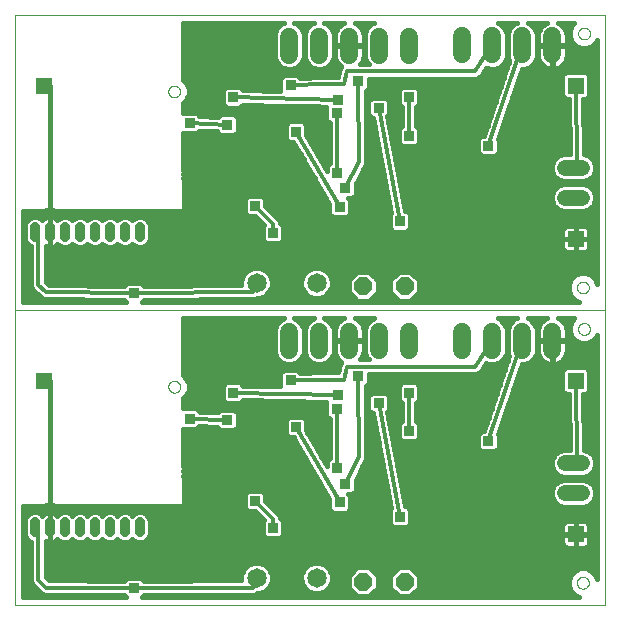
<source format=gbl>
G75*
%MOIN*%
%OFA0B0*%
%FSLAX25Y25*%
%IPPOS*%
%LPD*%
%AMOC8*
5,1,8,0,0,1.08239X$1,22.5*
%
%ADD10C,0.00000*%
%ADD11C,0.06000*%
%ADD12C,0.05400*%
%ADD13C,0.06496*%
%ADD14R,0.05315X0.05315*%
%ADD15C,0.03200*%
%ADD16OC8,0.06000*%
%ADD17C,0.01600*%
%ADD18R,0.03169X0.03169*%
%ADD19C,0.01200*%
D10*
X0001000Y0001013D02*
X0197850Y0001013D01*
X0197850Y0099438D01*
X0001000Y0099438D01*
X0001000Y0197863D01*
X0197850Y0197863D01*
X0197850Y0099438D01*
X0188795Y0093139D02*
X0188797Y0093227D01*
X0188803Y0093315D01*
X0188813Y0093403D01*
X0188827Y0093491D01*
X0188844Y0093577D01*
X0188866Y0093663D01*
X0188891Y0093747D01*
X0188921Y0093831D01*
X0188953Y0093913D01*
X0188990Y0093993D01*
X0189030Y0094072D01*
X0189074Y0094149D01*
X0189121Y0094224D01*
X0189171Y0094296D01*
X0189225Y0094367D01*
X0189281Y0094434D01*
X0189341Y0094500D01*
X0189403Y0094562D01*
X0189469Y0094622D01*
X0189536Y0094678D01*
X0189607Y0094732D01*
X0189679Y0094782D01*
X0189754Y0094829D01*
X0189831Y0094873D01*
X0189910Y0094913D01*
X0189990Y0094950D01*
X0190072Y0094982D01*
X0190156Y0095012D01*
X0190240Y0095037D01*
X0190326Y0095059D01*
X0190412Y0095076D01*
X0190500Y0095090D01*
X0190588Y0095100D01*
X0190676Y0095106D01*
X0190764Y0095108D01*
X0190852Y0095106D01*
X0190940Y0095100D01*
X0191028Y0095090D01*
X0191116Y0095076D01*
X0191202Y0095059D01*
X0191288Y0095037D01*
X0191372Y0095012D01*
X0191456Y0094982D01*
X0191538Y0094950D01*
X0191618Y0094913D01*
X0191697Y0094873D01*
X0191774Y0094829D01*
X0191849Y0094782D01*
X0191921Y0094732D01*
X0191992Y0094678D01*
X0192059Y0094622D01*
X0192125Y0094562D01*
X0192187Y0094500D01*
X0192247Y0094434D01*
X0192303Y0094367D01*
X0192357Y0094296D01*
X0192407Y0094224D01*
X0192454Y0094149D01*
X0192498Y0094072D01*
X0192538Y0093993D01*
X0192575Y0093913D01*
X0192607Y0093831D01*
X0192637Y0093747D01*
X0192662Y0093663D01*
X0192684Y0093577D01*
X0192701Y0093491D01*
X0192715Y0093403D01*
X0192725Y0093315D01*
X0192731Y0093227D01*
X0192733Y0093139D01*
X0192731Y0093051D01*
X0192725Y0092963D01*
X0192715Y0092875D01*
X0192701Y0092787D01*
X0192684Y0092701D01*
X0192662Y0092615D01*
X0192637Y0092531D01*
X0192607Y0092447D01*
X0192575Y0092365D01*
X0192538Y0092285D01*
X0192498Y0092206D01*
X0192454Y0092129D01*
X0192407Y0092054D01*
X0192357Y0091982D01*
X0192303Y0091911D01*
X0192247Y0091844D01*
X0192187Y0091778D01*
X0192125Y0091716D01*
X0192059Y0091656D01*
X0191992Y0091600D01*
X0191921Y0091546D01*
X0191849Y0091496D01*
X0191774Y0091449D01*
X0191697Y0091405D01*
X0191618Y0091365D01*
X0191538Y0091328D01*
X0191456Y0091296D01*
X0191372Y0091266D01*
X0191288Y0091241D01*
X0191202Y0091219D01*
X0191116Y0091202D01*
X0191028Y0091188D01*
X0190940Y0091178D01*
X0190852Y0091172D01*
X0190764Y0091170D01*
X0190676Y0091172D01*
X0190588Y0091178D01*
X0190500Y0091188D01*
X0190412Y0091202D01*
X0190326Y0091219D01*
X0190240Y0091241D01*
X0190156Y0091266D01*
X0190072Y0091296D01*
X0189990Y0091328D01*
X0189910Y0091365D01*
X0189831Y0091405D01*
X0189754Y0091449D01*
X0189679Y0091496D01*
X0189607Y0091546D01*
X0189536Y0091600D01*
X0189469Y0091656D01*
X0189403Y0091716D01*
X0189341Y0091778D01*
X0189281Y0091844D01*
X0189225Y0091911D01*
X0189171Y0091982D01*
X0189121Y0092054D01*
X0189074Y0092129D01*
X0189030Y0092206D01*
X0188990Y0092285D01*
X0188953Y0092365D01*
X0188921Y0092447D01*
X0188891Y0092531D01*
X0188866Y0092615D01*
X0188844Y0092701D01*
X0188827Y0092787D01*
X0188813Y0092875D01*
X0188803Y0092963D01*
X0188797Y0093051D01*
X0188795Y0093139D01*
X0188401Y0106918D02*
X0188403Y0107006D01*
X0188409Y0107094D01*
X0188419Y0107182D01*
X0188433Y0107270D01*
X0188450Y0107356D01*
X0188472Y0107442D01*
X0188497Y0107526D01*
X0188527Y0107610D01*
X0188559Y0107692D01*
X0188596Y0107772D01*
X0188636Y0107851D01*
X0188680Y0107928D01*
X0188727Y0108003D01*
X0188777Y0108075D01*
X0188831Y0108146D01*
X0188887Y0108213D01*
X0188947Y0108279D01*
X0189009Y0108341D01*
X0189075Y0108401D01*
X0189142Y0108457D01*
X0189213Y0108511D01*
X0189285Y0108561D01*
X0189360Y0108608D01*
X0189437Y0108652D01*
X0189516Y0108692D01*
X0189596Y0108729D01*
X0189678Y0108761D01*
X0189762Y0108791D01*
X0189846Y0108816D01*
X0189932Y0108838D01*
X0190018Y0108855D01*
X0190106Y0108869D01*
X0190194Y0108879D01*
X0190282Y0108885D01*
X0190370Y0108887D01*
X0190458Y0108885D01*
X0190546Y0108879D01*
X0190634Y0108869D01*
X0190722Y0108855D01*
X0190808Y0108838D01*
X0190894Y0108816D01*
X0190978Y0108791D01*
X0191062Y0108761D01*
X0191144Y0108729D01*
X0191224Y0108692D01*
X0191303Y0108652D01*
X0191380Y0108608D01*
X0191455Y0108561D01*
X0191527Y0108511D01*
X0191598Y0108457D01*
X0191665Y0108401D01*
X0191731Y0108341D01*
X0191793Y0108279D01*
X0191853Y0108213D01*
X0191909Y0108146D01*
X0191963Y0108075D01*
X0192013Y0108003D01*
X0192060Y0107928D01*
X0192104Y0107851D01*
X0192144Y0107772D01*
X0192181Y0107692D01*
X0192213Y0107610D01*
X0192243Y0107526D01*
X0192268Y0107442D01*
X0192290Y0107356D01*
X0192307Y0107270D01*
X0192321Y0107182D01*
X0192331Y0107094D01*
X0192337Y0107006D01*
X0192339Y0106918D01*
X0192337Y0106830D01*
X0192331Y0106742D01*
X0192321Y0106654D01*
X0192307Y0106566D01*
X0192290Y0106480D01*
X0192268Y0106394D01*
X0192243Y0106310D01*
X0192213Y0106226D01*
X0192181Y0106144D01*
X0192144Y0106064D01*
X0192104Y0105985D01*
X0192060Y0105908D01*
X0192013Y0105833D01*
X0191963Y0105761D01*
X0191909Y0105690D01*
X0191853Y0105623D01*
X0191793Y0105557D01*
X0191731Y0105495D01*
X0191665Y0105435D01*
X0191598Y0105379D01*
X0191527Y0105325D01*
X0191455Y0105275D01*
X0191380Y0105228D01*
X0191303Y0105184D01*
X0191224Y0105144D01*
X0191144Y0105107D01*
X0191062Y0105075D01*
X0190978Y0105045D01*
X0190894Y0105020D01*
X0190808Y0104998D01*
X0190722Y0104981D01*
X0190634Y0104967D01*
X0190546Y0104957D01*
X0190458Y0104951D01*
X0190370Y0104949D01*
X0190282Y0104951D01*
X0190194Y0104957D01*
X0190106Y0104967D01*
X0190018Y0104981D01*
X0189932Y0104998D01*
X0189846Y0105020D01*
X0189762Y0105045D01*
X0189678Y0105075D01*
X0189596Y0105107D01*
X0189516Y0105144D01*
X0189437Y0105184D01*
X0189360Y0105228D01*
X0189285Y0105275D01*
X0189213Y0105325D01*
X0189142Y0105379D01*
X0189075Y0105435D01*
X0189009Y0105495D01*
X0188947Y0105557D01*
X0188887Y0105623D01*
X0188831Y0105690D01*
X0188777Y0105761D01*
X0188727Y0105833D01*
X0188680Y0105908D01*
X0188636Y0105985D01*
X0188596Y0106064D01*
X0188559Y0106144D01*
X0188527Y0106226D01*
X0188497Y0106310D01*
X0188472Y0106394D01*
X0188450Y0106480D01*
X0188433Y0106566D01*
X0188419Y0106654D01*
X0188409Y0106742D01*
X0188403Y0106830D01*
X0188401Y0106918D01*
X0188795Y0191564D02*
X0188797Y0191652D01*
X0188803Y0191740D01*
X0188813Y0191828D01*
X0188827Y0191916D01*
X0188844Y0192002D01*
X0188866Y0192088D01*
X0188891Y0192172D01*
X0188921Y0192256D01*
X0188953Y0192338D01*
X0188990Y0192418D01*
X0189030Y0192497D01*
X0189074Y0192574D01*
X0189121Y0192649D01*
X0189171Y0192721D01*
X0189225Y0192792D01*
X0189281Y0192859D01*
X0189341Y0192925D01*
X0189403Y0192987D01*
X0189469Y0193047D01*
X0189536Y0193103D01*
X0189607Y0193157D01*
X0189679Y0193207D01*
X0189754Y0193254D01*
X0189831Y0193298D01*
X0189910Y0193338D01*
X0189990Y0193375D01*
X0190072Y0193407D01*
X0190156Y0193437D01*
X0190240Y0193462D01*
X0190326Y0193484D01*
X0190412Y0193501D01*
X0190500Y0193515D01*
X0190588Y0193525D01*
X0190676Y0193531D01*
X0190764Y0193533D01*
X0190852Y0193531D01*
X0190940Y0193525D01*
X0191028Y0193515D01*
X0191116Y0193501D01*
X0191202Y0193484D01*
X0191288Y0193462D01*
X0191372Y0193437D01*
X0191456Y0193407D01*
X0191538Y0193375D01*
X0191618Y0193338D01*
X0191697Y0193298D01*
X0191774Y0193254D01*
X0191849Y0193207D01*
X0191921Y0193157D01*
X0191992Y0193103D01*
X0192059Y0193047D01*
X0192125Y0192987D01*
X0192187Y0192925D01*
X0192247Y0192859D01*
X0192303Y0192792D01*
X0192357Y0192721D01*
X0192407Y0192649D01*
X0192454Y0192574D01*
X0192498Y0192497D01*
X0192538Y0192418D01*
X0192575Y0192338D01*
X0192607Y0192256D01*
X0192637Y0192172D01*
X0192662Y0192088D01*
X0192684Y0192002D01*
X0192701Y0191916D01*
X0192715Y0191828D01*
X0192725Y0191740D01*
X0192731Y0191652D01*
X0192733Y0191564D01*
X0192731Y0191476D01*
X0192725Y0191388D01*
X0192715Y0191300D01*
X0192701Y0191212D01*
X0192684Y0191126D01*
X0192662Y0191040D01*
X0192637Y0190956D01*
X0192607Y0190872D01*
X0192575Y0190790D01*
X0192538Y0190710D01*
X0192498Y0190631D01*
X0192454Y0190554D01*
X0192407Y0190479D01*
X0192357Y0190407D01*
X0192303Y0190336D01*
X0192247Y0190269D01*
X0192187Y0190203D01*
X0192125Y0190141D01*
X0192059Y0190081D01*
X0191992Y0190025D01*
X0191921Y0189971D01*
X0191849Y0189921D01*
X0191774Y0189874D01*
X0191697Y0189830D01*
X0191618Y0189790D01*
X0191538Y0189753D01*
X0191456Y0189721D01*
X0191372Y0189691D01*
X0191288Y0189666D01*
X0191202Y0189644D01*
X0191116Y0189627D01*
X0191028Y0189613D01*
X0190940Y0189603D01*
X0190852Y0189597D01*
X0190764Y0189595D01*
X0190676Y0189597D01*
X0190588Y0189603D01*
X0190500Y0189613D01*
X0190412Y0189627D01*
X0190326Y0189644D01*
X0190240Y0189666D01*
X0190156Y0189691D01*
X0190072Y0189721D01*
X0189990Y0189753D01*
X0189910Y0189790D01*
X0189831Y0189830D01*
X0189754Y0189874D01*
X0189679Y0189921D01*
X0189607Y0189971D01*
X0189536Y0190025D01*
X0189469Y0190081D01*
X0189403Y0190141D01*
X0189341Y0190203D01*
X0189281Y0190269D01*
X0189225Y0190336D01*
X0189171Y0190407D01*
X0189121Y0190479D01*
X0189074Y0190554D01*
X0189030Y0190631D01*
X0188990Y0190710D01*
X0188953Y0190790D01*
X0188921Y0190872D01*
X0188891Y0190956D01*
X0188866Y0191040D01*
X0188844Y0191126D01*
X0188827Y0191212D01*
X0188813Y0191300D01*
X0188803Y0191388D01*
X0188797Y0191476D01*
X0188795Y0191564D01*
X0052181Y0172272D02*
X0052183Y0172360D01*
X0052189Y0172448D01*
X0052199Y0172536D01*
X0052213Y0172624D01*
X0052230Y0172710D01*
X0052252Y0172796D01*
X0052277Y0172880D01*
X0052307Y0172964D01*
X0052339Y0173046D01*
X0052376Y0173126D01*
X0052416Y0173205D01*
X0052460Y0173282D01*
X0052507Y0173357D01*
X0052557Y0173429D01*
X0052611Y0173500D01*
X0052667Y0173567D01*
X0052727Y0173633D01*
X0052789Y0173695D01*
X0052855Y0173755D01*
X0052922Y0173811D01*
X0052993Y0173865D01*
X0053065Y0173915D01*
X0053140Y0173962D01*
X0053217Y0174006D01*
X0053296Y0174046D01*
X0053376Y0174083D01*
X0053458Y0174115D01*
X0053542Y0174145D01*
X0053626Y0174170D01*
X0053712Y0174192D01*
X0053798Y0174209D01*
X0053886Y0174223D01*
X0053974Y0174233D01*
X0054062Y0174239D01*
X0054150Y0174241D01*
X0054238Y0174239D01*
X0054326Y0174233D01*
X0054414Y0174223D01*
X0054502Y0174209D01*
X0054588Y0174192D01*
X0054674Y0174170D01*
X0054758Y0174145D01*
X0054842Y0174115D01*
X0054924Y0174083D01*
X0055004Y0174046D01*
X0055083Y0174006D01*
X0055160Y0173962D01*
X0055235Y0173915D01*
X0055307Y0173865D01*
X0055378Y0173811D01*
X0055445Y0173755D01*
X0055511Y0173695D01*
X0055573Y0173633D01*
X0055633Y0173567D01*
X0055689Y0173500D01*
X0055743Y0173429D01*
X0055793Y0173357D01*
X0055840Y0173282D01*
X0055884Y0173205D01*
X0055924Y0173126D01*
X0055961Y0173046D01*
X0055993Y0172964D01*
X0056023Y0172880D01*
X0056048Y0172796D01*
X0056070Y0172710D01*
X0056087Y0172624D01*
X0056101Y0172536D01*
X0056111Y0172448D01*
X0056117Y0172360D01*
X0056119Y0172272D01*
X0056117Y0172184D01*
X0056111Y0172096D01*
X0056101Y0172008D01*
X0056087Y0171920D01*
X0056070Y0171834D01*
X0056048Y0171748D01*
X0056023Y0171664D01*
X0055993Y0171580D01*
X0055961Y0171498D01*
X0055924Y0171418D01*
X0055884Y0171339D01*
X0055840Y0171262D01*
X0055793Y0171187D01*
X0055743Y0171115D01*
X0055689Y0171044D01*
X0055633Y0170977D01*
X0055573Y0170911D01*
X0055511Y0170849D01*
X0055445Y0170789D01*
X0055378Y0170733D01*
X0055307Y0170679D01*
X0055235Y0170629D01*
X0055160Y0170582D01*
X0055083Y0170538D01*
X0055004Y0170498D01*
X0054924Y0170461D01*
X0054842Y0170429D01*
X0054758Y0170399D01*
X0054674Y0170374D01*
X0054588Y0170352D01*
X0054502Y0170335D01*
X0054414Y0170321D01*
X0054326Y0170311D01*
X0054238Y0170305D01*
X0054150Y0170303D01*
X0054062Y0170305D01*
X0053974Y0170311D01*
X0053886Y0170321D01*
X0053798Y0170335D01*
X0053712Y0170352D01*
X0053626Y0170374D01*
X0053542Y0170399D01*
X0053458Y0170429D01*
X0053376Y0170461D01*
X0053296Y0170498D01*
X0053217Y0170538D01*
X0053140Y0170582D01*
X0053065Y0170629D01*
X0052993Y0170679D01*
X0052922Y0170733D01*
X0052855Y0170789D01*
X0052789Y0170849D01*
X0052727Y0170911D01*
X0052667Y0170977D01*
X0052611Y0171044D01*
X0052557Y0171115D01*
X0052507Y0171187D01*
X0052460Y0171262D01*
X0052416Y0171339D01*
X0052376Y0171418D01*
X0052339Y0171498D01*
X0052307Y0171580D01*
X0052277Y0171664D01*
X0052252Y0171748D01*
X0052230Y0171834D01*
X0052213Y0171920D01*
X0052199Y0172008D01*
X0052189Y0172096D01*
X0052183Y0172184D01*
X0052181Y0172272D01*
X0001000Y0099438D02*
X0001000Y0001013D01*
X0052181Y0073847D02*
X0052183Y0073935D01*
X0052189Y0074023D01*
X0052199Y0074111D01*
X0052213Y0074199D01*
X0052230Y0074285D01*
X0052252Y0074371D01*
X0052277Y0074455D01*
X0052307Y0074539D01*
X0052339Y0074621D01*
X0052376Y0074701D01*
X0052416Y0074780D01*
X0052460Y0074857D01*
X0052507Y0074932D01*
X0052557Y0075004D01*
X0052611Y0075075D01*
X0052667Y0075142D01*
X0052727Y0075208D01*
X0052789Y0075270D01*
X0052855Y0075330D01*
X0052922Y0075386D01*
X0052993Y0075440D01*
X0053065Y0075490D01*
X0053140Y0075537D01*
X0053217Y0075581D01*
X0053296Y0075621D01*
X0053376Y0075658D01*
X0053458Y0075690D01*
X0053542Y0075720D01*
X0053626Y0075745D01*
X0053712Y0075767D01*
X0053798Y0075784D01*
X0053886Y0075798D01*
X0053974Y0075808D01*
X0054062Y0075814D01*
X0054150Y0075816D01*
X0054238Y0075814D01*
X0054326Y0075808D01*
X0054414Y0075798D01*
X0054502Y0075784D01*
X0054588Y0075767D01*
X0054674Y0075745D01*
X0054758Y0075720D01*
X0054842Y0075690D01*
X0054924Y0075658D01*
X0055004Y0075621D01*
X0055083Y0075581D01*
X0055160Y0075537D01*
X0055235Y0075490D01*
X0055307Y0075440D01*
X0055378Y0075386D01*
X0055445Y0075330D01*
X0055511Y0075270D01*
X0055573Y0075208D01*
X0055633Y0075142D01*
X0055689Y0075075D01*
X0055743Y0075004D01*
X0055793Y0074932D01*
X0055840Y0074857D01*
X0055884Y0074780D01*
X0055924Y0074701D01*
X0055961Y0074621D01*
X0055993Y0074539D01*
X0056023Y0074455D01*
X0056048Y0074371D01*
X0056070Y0074285D01*
X0056087Y0074199D01*
X0056101Y0074111D01*
X0056111Y0074023D01*
X0056117Y0073935D01*
X0056119Y0073847D01*
X0056117Y0073759D01*
X0056111Y0073671D01*
X0056101Y0073583D01*
X0056087Y0073495D01*
X0056070Y0073409D01*
X0056048Y0073323D01*
X0056023Y0073239D01*
X0055993Y0073155D01*
X0055961Y0073073D01*
X0055924Y0072993D01*
X0055884Y0072914D01*
X0055840Y0072837D01*
X0055793Y0072762D01*
X0055743Y0072690D01*
X0055689Y0072619D01*
X0055633Y0072552D01*
X0055573Y0072486D01*
X0055511Y0072424D01*
X0055445Y0072364D01*
X0055378Y0072308D01*
X0055307Y0072254D01*
X0055235Y0072204D01*
X0055160Y0072157D01*
X0055083Y0072113D01*
X0055004Y0072073D01*
X0054924Y0072036D01*
X0054842Y0072004D01*
X0054758Y0071974D01*
X0054674Y0071949D01*
X0054588Y0071927D01*
X0054502Y0071910D01*
X0054414Y0071896D01*
X0054326Y0071886D01*
X0054238Y0071880D01*
X0054150Y0071878D01*
X0054062Y0071880D01*
X0053974Y0071886D01*
X0053886Y0071896D01*
X0053798Y0071910D01*
X0053712Y0071927D01*
X0053626Y0071949D01*
X0053542Y0071974D01*
X0053458Y0072004D01*
X0053376Y0072036D01*
X0053296Y0072073D01*
X0053217Y0072113D01*
X0053140Y0072157D01*
X0053065Y0072204D01*
X0052993Y0072254D01*
X0052922Y0072308D01*
X0052855Y0072364D01*
X0052789Y0072424D01*
X0052727Y0072486D01*
X0052667Y0072552D01*
X0052611Y0072619D01*
X0052557Y0072690D01*
X0052507Y0072762D01*
X0052460Y0072837D01*
X0052416Y0072914D01*
X0052376Y0072993D01*
X0052339Y0073073D01*
X0052307Y0073155D01*
X0052277Y0073239D01*
X0052252Y0073323D01*
X0052230Y0073409D01*
X0052213Y0073495D01*
X0052199Y0073583D01*
X0052189Y0073671D01*
X0052183Y0073759D01*
X0052181Y0073847D01*
X0188401Y0008493D02*
X0188403Y0008581D01*
X0188409Y0008669D01*
X0188419Y0008757D01*
X0188433Y0008845D01*
X0188450Y0008931D01*
X0188472Y0009017D01*
X0188497Y0009101D01*
X0188527Y0009185D01*
X0188559Y0009267D01*
X0188596Y0009347D01*
X0188636Y0009426D01*
X0188680Y0009503D01*
X0188727Y0009578D01*
X0188777Y0009650D01*
X0188831Y0009721D01*
X0188887Y0009788D01*
X0188947Y0009854D01*
X0189009Y0009916D01*
X0189075Y0009976D01*
X0189142Y0010032D01*
X0189213Y0010086D01*
X0189285Y0010136D01*
X0189360Y0010183D01*
X0189437Y0010227D01*
X0189516Y0010267D01*
X0189596Y0010304D01*
X0189678Y0010336D01*
X0189762Y0010366D01*
X0189846Y0010391D01*
X0189932Y0010413D01*
X0190018Y0010430D01*
X0190106Y0010444D01*
X0190194Y0010454D01*
X0190282Y0010460D01*
X0190370Y0010462D01*
X0190458Y0010460D01*
X0190546Y0010454D01*
X0190634Y0010444D01*
X0190722Y0010430D01*
X0190808Y0010413D01*
X0190894Y0010391D01*
X0190978Y0010366D01*
X0191062Y0010336D01*
X0191144Y0010304D01*
X0191224Y0010267D01*
X0191303Y0010227D01*
X0191380Y0010183D01*
X0191455Y0010136D01*
X0191527Y0010086D01*
X0191598Y0010032D01*
X0191665Y0009976D01*
X0191731Y0009916D01*
X0191793Y0009854D01*
X0191853Y0009788D01*
X0191909Y0009721D01*
X0191963Y0009650D01*
X0192013Y0009578D01*
X0192060Y0009503D01*
X0192104Y0009426D01*
X0192144Y0009347D01*
X0192181Y0009267D01*
X0192213Y0009185D01*
X0192243Y0009101D01*
X0192268Y0009017D01*
X0192290Y0008931D01*
X0192307Y0008845D01*
X0192321Y0008757D01*
X0192331Y0008669D01*
X0192337Y0008581D01*
X0192339Y0008493D01*
X0192337Y0008405D01*
X0192331Y0008317D01*
X0192321Y0008229D01*
X0192307Y0008141D01*
X0192290Y0008055D01*
X0192268Y0007969D01*
X0192243Y0007885D01*
X0192213Y0007801D01*
X0192181Y0007719D01*
X0192144Y0007639D01*
X0192104Y0007560D01*
X0192060Y0007483D01*
X0192013Y0007408D01*
X0191963Y0007336D01*
X0191909Y0007265D01*
X0191853Y0007198D01*
X0191793Y0007132D01*
X0191731Y0007070D01*
X0191665Y0007010D01*
X0191598Y0006954D01*
X0191527Y0006900D01*
X0191455Y0006850D01*
X0191380Y0006803D01*
X0191303Y0006759D01*
X0191224Y0006719D01*
X0191144Y0006682D01*
X0191062Y0006650D01*
X0190978Y0006620D01*
X0190894Y0006595D01*
X0190808Y0006573D01*
X0190722Y0006556D01*
X0190634Y0006542D01*
X0190546Y0006532D01*
X0190458Y0006526D01*
X0190370Y0006524D01*
X0190282Y0006526D01*
X0190194Y0006532D01*
X0190106Y0006542D01*
X0190018Y0006556D01*
X0189932Y0006573D01*
X0189846Y0006595D01*
X0189762Y0006620D01*
X0189678Y0006650D01*
X0189596Y0006682D01*
X0189516Y0006719D01*
X0189437Y0006759D01*
X0189360Y0006803D01*
X0189285Y0006850D01*
X0189213Y0006900D01*
X0189142Y0006954D01*
X0189075Y0007010D01*
X0189009Y0007070D01*
X0188947Y0007132D01*
X0188887Y0007198D01*
X0188831Y0007265D01*
X0188777Y0007336D01*
X0188727Y0007408D01*
X0188680Y0007483D01*
X0188636Y0007560D01*
X0188596Y0007639D01*
X0188559Y0007719D01*
X0188527Y0007801D01*
X0188497Y0007885D01*
X0188472Y0007969D01*
X0188450Y0008055D01*
X0188433Y0008141D01*
X0188419Y0008229D01*
X0188409Y0008317D01*
X0188403Y0008405D01*
X0188401Y0008493D01*
D11*
X0180173Y0086202D02*
X0180173Y0092202D01*
X0170173Y0092202D02*
X0170173Y0086202D01*
X0160173Y0086202D02*
X0160173Y0092202D01*
X0150173Y0092202D02*
X0150173Y0086202D01*
X0132496Y0086162D02*
X0132496Y0092162D01*
X0122496Y0092162D02*
X0122496Y0086162D01*
X0112496Y0086162D02*
X0112496Y0092162D01*
X0102496Y0092162D02*
X0102496Y0086162D01*
X0092496Y0086162D02*
X0092496Y0092162D01*
X0092496Y0184587D02*
X0092496Y0190587D01*
X0102496Y0190587D02*
X0102496Y0184587D01*
X0112496Y0184587D02*
X0112496Y0190587D01*
X0122496Y0190587D02*
X0122496Y0184587D01*
X0132496Y0184587D02*
X0132496Y0190587D01*
X0150173Y0190627D02*
X0150173Y0184627D01*
X0160173Y0184627D02*
X0160173Y0190627D01*
X0170173Y0190627D02*
X0170173Y0184627D01*
X0180173Y0184627D02*
X0180173Y0190627D01*
D12*
X0184560Y0146800D02*
X0189960Y0146800D01*
X0189960Y0136800D02*
X0184560Y0136800D01*
X0184560Y0048375D02*
X0189960Y0048375D01*
X0189960Y0038375D02*
X0184560Y0038375D01*
D13*
X0101591Y0010107D03*
X0081591Y0010107D03*
X0081591Y0108532D03*
X0101591Y0108532D03*
D14*
X0188008Y0123060D03*
X0188008Y0075816D03*
X0188008Y0024635D03*
X0188008Y0174241D03*
X0010843Y0174241D03*
X0010843Y0075816D03*
D15*
X0012654Y0028611D02*
X0012654Y0025411D01*
X0017654Y0025411D02*
X0017654Y0028611D01*
X0022654Y0028611D02*
X0022654Y0025411D01*
X0027654Y0025411D02*
X0027654Y0028611D01*
X0032654Y0028611D02*
X0032654Y0025411D01*
X0037654Y0025411D02*
X0037654Y0028611D01*
X0042654Y0028611D02*
X0042654Y0025411D01*
X0007654Y0025411D02*
X0007654Y0028611D01*
X0007654Y0123836D02*
X0007654Y0127036D01*
X0012654Y0127036D02*
X0012654Y0123836D01*
X0017654Y0123836D02*
X0017654Y0127036D01*
X0022654Y0127036D02*
X0022654Y0123836D01*
X0027654Y0123836D02*
X0027654Y0127036D01*
X0032654Y0127036D02*
X0032654Y0123836D01*
X0037654Y0123836D02*
X0037654Y0127036D01*
X0042654Y0127036D02*
X0042654Y0123836D01*
D16*
X0117142Y0107312D03*
X0130921Y0107312D03*
X0130921Y0008887D03*
X0117142Y0008887D03*
D17*
X0120614Y0012202D02*
X0127449Y0012202D01*
X0126121Y0010875D02*
X0128933Y0013687D01*
X0132909Y0013687D01*
X0135721Y0010875D01*
X0135721Y0006898D01*
X0132909Y0004087D01*
X0128933Y0004087D01*
X0126121Y0006898D01*
X0126121Y0010875D01*
X0126121Y0010604D02*
X0121942Y0010604D01*
X0121942Y0010875D02*
X0119130Y0013687D01*
X0115154Y0013687D01*
X0112342Y0010875D01*
X0112342Y0006898D01*
X0115154Y0004087D01*
X0119130Y0004087D01*
X0121942Y0006898D01*
X0121942Y0010875D01*
X0121942Y0009005D02*
X0126121Y0009005D01*
X0126121Y0007407D02*
X0121942Y0007407D01*
X0120851Y0005808D02*
X0127212Y0005808D01*
X0128810Y0004210D02*
X0119253Y0004210D01*
X0115030Y0004210D02*
X0043966Y0004210D01*
X0044094Y0004338D02*
X0080348Y0004518D01*
X0080818Y0004518D01*
X0080824Y0004520D01*
X0080830Y0004521D01*
X0081266Y0004704D01*
X0081700Y0004883D01*
X0081704Y0004888D01*
X0081710Y0004890D01*
X0081877Y0005059D01*
X0082595Y0005059D01*
X0084450Y0005828D01*
X0085870Y0007248D01*
X0086639Y0009103D01*
X0086639Y0011111D01*
X0085870Y0012967D01*
X0084450Y0014387D01*
X0082595Y0015155D01*
X0080586Y0015155D01*
X0078731Y0014387D01*
X0077311Y0012967D01*
X0076543Y0011111D01*
X0076543Y0009299D01*
X0044061Y0009138D01*
X0043094Y0010105D01*
X0038434Y0010105D01*
X0037470Y0009142D01*
X0012363Y0009297D01*
X0011274Y0010392D01*
X0011274Y0022302D01*
X0011662Y0022142D01*
X0012319Y0022011D01*
X0012653Y0022011D01*
X0012653Y0028611D01*
X0012653Y0032011D01*
X0012319Y0032011D01*
X0011662Y0031880D01*
X0011043Y0031624D01*
X0010486Y0031252D01*
X0010154Y0030919D01*
X0009579Y0031493D01*
X0008330Y0032011D01*
X0006977Y0032011D01*
X0005728Y0031493D01*
X0004771Y0030537D01*
X0004254Y0029287D01*
X0004254Y0024735D01*
X0004771Y0023485D01*
X0005728Y0022529D01*
X0006474Y0022219D01*
X0006474Y0009406D01*
X0006473Y0008933D01*
X0006474Y0008929D01*
X0006474Y0008925D01*
X0006655Y0008489D01*
X0006835Y0008050D01*
X0006838Y0008047D01*
X0006839Y0008043D01*
X0007173Y0007710D01*
X0009653Y0005214D01*
X0009987Y0004877D01*
X0009990Y0004875D01*
X0009993Y0004872D01*
X0010428Y0004690D01*
X0010866Y0004506D01*
X0010870Y0004506D01*
X0010874Y0004504D01*
X0011346Y0004503D01*
X0037429Y0004342D01*
X0037958Y0003813D01*
X0003800Y0003813D01*
X0003800Y0034083D01*
X0057299Y0034083D01*
X0057299Y0034477D01*
X0057145Y0059833D01*
X0061598Y0059833D01*
X0062480Y0060716D01*
X0068482Y0060528D01*
X0068482Y0060494D01*
X0069536Y0059439D01*
X0074196Y0059439D01*
X0075250Y0060494D01*
X0075250Y0065153D01*
X0074196Y0066208D01*
X0069536Y0066208D01*
X0068654Y0065325D01*
X0062652Y0065513D01*
X0062652Y0065547D01*
X0061598Y0066602D01*
X0057103Y0066602D01*
X0057082Y0070036D01*
X0058192Y0071146D01*
X0058918Y0072899D01*
X0058918Y0074796D01*
X0058192Y0076548D01*
X0057036Y0077705D01*
X0056920Y0096638D01*
X0090758Y0096638D01*
X0089777Y0096231D01*
X0088427Y0094881D01*
X0087696Y0093117D01*
X0087696Y0085207D01*
X0088427Y0083443D01*
X0089777Y0082093D01*
X0091541Y0081362D01*
X0093451Y0081362D01*
X0095215Y0082093D01*
X0096565Y0083443D01*
X0097296Y0085207D01*
X0097296Y0093117D01*
X0096565Y0094881D01*
X0095215Y0096231D01*
X0094234Y0096638D01*
X0100758Y0096638D01*
X0099777Y0096231D01*
X0098427Y0094881D01*
X0097696Y0093117D01*
X0097696Y0085207D01*
X0098427Y0083443D01*
X0099777Y0082093D01*
X0101541Y0081362D01*
X0103451Y0081362D01*
X0105215Y0082093D01*
X0106565Y0083443D01*
X0107296Y0085207D01*
X0107296Y0093117D01*
X0106565Y0094881D01*
X0105215Y0096231D01*
X0104234Y0096638D01*
X0110737Y0096638D01*
X0110653Y0096611D01*
X0109980Y0096268D01*
X0109369Y0095823D01*
X0108835Y0095289D01*
X0108391Y0094678D01*
X0108048Y0094005D01*
X0107814Y0093286D01*
X0107696Y0092540D01*
X0107696Y0089362D01*
X0112296Y0089362D01*
X0112296Y0088962D01*
X0107696Y0088962D01*
X0107696Y0085784D01*
X0107814Y0085038D01*
X0108048Y0084320D01*
X0108391Y0083646D01*
X0108835Y0083035D01*
X0109369Y0082501D01*
X0109825Y0082170D01*
X0109752Y0082056D01*
X0109595Y0081900D01*
X0109495Y0081659D01*
X0109354Y0081439D01*
X0109315Y0081222D01*
X0109230Y0081018D01*
X0109230Y0080757D01*
X0108840Y0078609D01*
X0104605Y0078609D01*
X0104585Y0078617D01*
X0104128Y0078609D01*
X0103672Y0078609D01*
X0103652Y0078601D01*
X0096186Y0078470D01*
X0095259Y0079397D01*
X0090599Y0079397D01*
X0089545Y0078342D01*
X0089545Y0073926D01*
X0077219Y0074203D01*
X0077219Y0074209D01*
X0076164Y0075263D01*
X0071505Y0075263D01*
X0070450Y0074209D01*
X0070450Y0069549D01*
X0071505Y0068494D01*
X0076164Y0068494D01*
X0077075Y0069405D01*
X0104899Y0068780D01*
X0104899Y0064234D01*
X0105916Y0063217D01*
X0106048Y0049963D01*
X0105096Y0049012D01*
X0105096Y0047276D01*
X0098085Y0059403D01*
X0098085Y0062791D01*
X0097031Y0063846D01*
X0092371Y0063846D01*
X0091317Y0062791D01*
X0091317Y0058132D01*
X0092371Y0057077D01*
X0093885Y0057077D01*
X0105883Y0036323D01*
X0105883Y0032935D01*
X0106938Y0031880D01*
X0111598Y0031880D01*
X0112652Y0032935D01*
X0112652Y0037594D01*
X0112067Y0038180D01*
X0113566Y0038180D01*
X0114620Y0039234D01*
X0114620Y0042917D01*
X0117742Y0049037D01*
X0117817Y0049114D01*
X0117958Y0049460D01*
X0118127Y0049792D01*
X0118136Y0049899D01*
X0118176Y0049998D01*
X0118173Y0050372D01*
X0118203Y0050744D01*
X0118170Y0050846D01*
X0117992Y0074102D01*
X0118951Y0075061D01*
X0118951Y0078140D01*
X0154322Y0078140D01*
X0154574Y0078093D01*
X0154795Y0078140D01*
X0155021Y0078140D01*
X0155257Y0078238D01*
X0155508Y0078291D01*
X0155694Y0078419D01*
X0155903Y0078506D01*
X0156084Y0078687D01*
X0156295Y0078832D01*
X0156418Y0079021D01*
X0156578Y0079181D01*
X0156676Y0079418D01*
X0158231Y0081810D01*
X0159218Y0081402D01*
X0161128Y0081402D01*
X0162892Y0082132D01*
X0164242Y0083483D01*
X0164973Y0085247D01*
X0164973Y0093156D01*
X0164242Y0094921D01*
X0162892Y0096271D01*
X0162006Y0096638D01*
X0168340Y0096638D01*
X0167454Y0096271D01*
X0166104Y0094921D01*
X0165373Y0093156D01*
X0165373Y0085247D01*
X0165886Y0084008D01*
X0157484Y0059121D01*
X0156544Y0059121D01*
X0155490Y0058067D01*
X0155490Y0053407D01*
X0156544Y0052353D01*
X0161204Y0052353D01*
X0162258Y0053407D01*
X0162258Y0058067D01*
X0162210Y0058115D01*
X0170073Y0081402D01*
X0171128Y0081402D01*
X0172892Y0082132D01*
X0174242Y0083483D01*
X0174973Y0085247D01*
X0174973Y0093156D01*
X0174242Y0094921D01*
X0172892Y0096271D01*
X0172006Y0096638D01*
X0178307Y0096638D01*
X0177657Y0096307D01*
X0177046Y0095863D01*
X0176512Y0095329D01*
X0176068Y0094717D01*
X0175725Y0094044D01*
X0175491Y0093326D01*
X0175373Y0092579D01*
X0175373Y0089402D01*
X0179973Y0089402D01*
X0179973Y0089002D01*
X0175373Y0089002D01*
X0175373Y0085824D01*
X0175491Y0085078D01*
X0175725Y0084359D01*
X0176068Y0083686D01*
X0176512Y0083075D01*
X0177046Y0082540D01*
X0177657Y0082096D01*
X0178331Y0081753D01*
X0179049Y0081520D01*
X0179795Y0081402D01*
X0179973Y0081402D01*
X0179973Y0089001D01*
X0180373Y0089001D01*
X0180373Y0081402D01*
X0180551Y0081402D01*
X0181297Y0081520D01*
X0182016Y0081753D01*
X0182689Y0082096D01*
X0183300Y0082540D01*
X0183834Y0083075D01*
X0184279Y0083686D01*
X0184622Y0084359D01*
X0184855Y0085078D01*
X0184973Y0085824D01*
X0184973Y0089002D01*
X0180373Y0089002D01*
X0180373Y0089402D01*
X0184973Y0089402D01*
X0184973Y0092579D01*
X0184855Y0093326D01*
X0184622Y0094044D01*
X0184279Y0094717D01*
X0183834Y0095329D01*
X0183300Y0095863D01*
X0182689Y0096307D01*
X0182040Y0096638D01*
X0187519Y0096638D01*
X0186721Y0095840D01*
X0185995Y0094087D01*
X0185995Y0092190D01*
X0186721Y0090437D01*
X0188063Y0089096D01*
X0189815Y0088370D01*
X0191712Y0088370D01*
X0193465Y0089096D01*
X0194806Y0090437D01*
X0195050Y0091027D01*
X0195050Y0009654D01*
X0194413Y0011194D01*
X0193071Y0012535D01*
X0191319Y0013261D01*
X0189422Y0013261D01*
X0187669Y0012535D01*
X0186328Y0011194D01*
X0185602Y0009441D01*
X0185602Y0007544D01*
X0186328Y0005792D01*
X0187669Y0004450D01*
X0189209Y0003813D01*
X0043569Y0003813D01*
X0044094Y0004338D01*
X0037561Y0004210D02*
X0003800Y0004210D01*
X0003800Y0005808D02*
X0009063Y0005808D01*
X0007474Y0007407D02*
X0003800Y0007407D01*
X0003800Y0009005D02*
X0006473Y0009005D01*
X0006474Y0010604D02*
X0003800Y0010604D01*
X0003800Y0012202D02*
X0006474Y0012202D01*
X0006474Y0013801D02*
X0003800Y0013801D01*
X0003800Y0015399D02*
X0006474Y0015399D01*
X0006474Y0016998D02*
X0003800Y0016998D01*
X0003800Y0018596D02*
X0006474Y0018596D01*
X0006474Y0020195D02*
X0003800Y0020195D01*
X0003800Y0021793D02*
X0006474Y0021793D01*
X0004864Y0023392D02*
X0003800Y0023392D01*
X0003800Y0024990D02*
X0004254Y0024990D01*
X0004254Y0026589D02*
X0003800Y0026589D01*
X0003800Y0028187D02*
X0004254Y0028187D01*
X0004460Y0029786D02*
X0003800Y0029786D01*
X0003800Y0031384D02*
X0005619Y0031384D01*
X0003800Y0032983D02*
X0078079Y0032983D01*
X0077734Y0033328D02*
X0078788Y0032274D01*
X0081108Y0032274D01*
X0083946Y0029436D01*
X0083639Y0029130D01*
X0083639Y0024470D01*
X0084694Y0023416D01*
X0089353Y0023416D01*
X0090408Y0024470D01*
X0090408Y0029130D01*
X0089424Y0030114D01*
X0089424Y0030230D01*
X0089058Y0031112D01*
X0088383Y0031787D01*
X0084502Y0035668D01*
X0084502Y0037988D01*
X0083448Y0039043D01*
X0078788Y0039043D01*
X0077734Y0037988D01*
X0077734Y0033328D01*
X0077734Y0034581D02*
X0057299Y0034581D01*
X0057289Y0036180D02*
X0077734Y0036180D01*
X0077734Y0037778D02*
X0057279Y0037778D01*
X0057269Y0039377D02*
X0104118Y0039377D01*
X0103194Y0040975D02*
X0057260Y0040975D01*
X0057250Y0042574D02*
X0102270Y0042574D01*
X0101346Y0044172D02*
X0057240Y0044172D01*
X0057230Y0045771D02*
X0100422Y0045771D01*
X0099497Y0047369D02*
X0057221Y0047369D01*
X0057211Y0048968D02*
X0098573Y0048968D01*
X0097649Y0050566D02*
X0057201Y0050566D01*
X0057191Y0052165D02*
X0096725Y0052165D01*
X0095801Y0053763D02*
X0057182Y0053763D01*
X0057172Y0055362D02*
X0094877Y0055362D01*
X0093953Y0056960D02*
X0057162Y0056960D01*
X0057152Y0058559D02*
X0091317Y0058559D01*
X0091317Y0060158D02*
X0074914Y0060158D01*
X0075250Y0061756D02*
X0091317Y0061756D01*
X0091880Y0063355D02*
X0075250Y0063355D01*
X0075250Y0064953D02*
X0104899Y0064953D01*
X0104899Y0066552D02*
X0061648Y0066552D01*
X0058275Y0071347D02*
X0070450Y0071347D01*
X0070450Y0069749D02*
X0057084Y0069749D01*
X0057094Y0068150D02*
X0104899Y0068150D01*
X0105779Y0063355D02*
X0097522Y0063355D01*
X0098085Y0061756D02*
X0105931Y0061756D01*
X0105947Y0060158D02*
X0098085Y0060158D01*
X0098573Y0058559D02*
X0105963Y0058559D01*
X0105978Y0056960D02*
X0099497Y0056960D01*
X0100421Y0055362D02*
X0105994Y0055362D01*
X0106010Y0053763D02*
X0101345Y0053763D01*
X0102269Y0052165D02*
X0106026Y0052165D01*
X0106042Y0050566D02*
X0103194Y0050566D01*
X0104118Y0048968D02*
X0105096Y0048968D01*
X0105042Y0047369D02*
X0105096Y0047369D01*
X0105042Y0037778D02*
X0084502Y0037778D01*
X0084502Y0036180D02*
X0105883Y0036180D01*
X0105883Y0034581D02*
X0085589Y0034581D01*
X0087188Y0032983D02*
X0105883Y0032983D01*
X0112652Y0032983D02*
X0126075Y0032983D01*
X0125962Y0032870D02*
X0125962Y0028210D01*
X0127017Y0027156D01*
X0131676Y0027156D01*
X0132731Y0028210D01*
X0132731Y0032870D01*
X0131676Y0033924D01*
X0131154Y0033924D01*
X0125218Y0065580D01*
X0125644Y0066006D01*
X0125644Y0070665D01*
X0124590Y0071720D01*
X0119930Y0071720D01*
X0118876Y0070665D01*
X0118876Y0066006D01*
X0119930Y0064951D01*
X0120453Y0064951D01*
X0126388Y0033296D01*
X0125962Y0032870D01*
X0125962Y0031384D02*
X0088786Y0031384D01*
X0089752Y0029786D02*
X0125962Y0029786D01*
X0125985Y0028187D02*
X0090408Y0028187D01*
X0090408Y0026589D02*
X0183550Y0026589D01*
X0183550Y0027529D02*
X0183550Y0024720D01*
X0187922Y0024720D01*
X0187922Y0024549D01*
X0183550Y0024549D01*
X0183550Y0021740D01*
X0183673Y0021282D01*
X0183910Y0020872D01*
X0184245Y0020537D01*
X0184656Y0020300D01*
X0185113Y0020177D01*
X0187922Y0020177D01*
X0187922Y0024549D01*
X0188094Y0024549D01*
X0188094Y0024720D01*
X0192465Y0024720D01*
X0192465Y0027529D01*
X0192343Y0027987D01*
X0192106Y0028397D01*
X0191771Y0028732D01*
X0191360Y0028969D01*
X0190902Y0029092D01*
X0188094Y0029092D01*
X0188094Y0024721D01*
X0187922Y0024721D01*
X0187922Y0029092D01*
X0185113Y0029092D01*
X0184656Y0028969D01*
X0184245Y0028732D01*
X0183910Y0028397D01*
X0183673Y0027987D01*
X0183550Y0027529D01*
X0183789Y0028187D02*
X0132708Y0028187D01*
X0132731Y0029786D02*
X0195050Y0029786D01*
X0195050Y0031384D02*
X0132731Y0031384D01*
X0132618Y0032983D02*
X0195050Y0032983D01*
X0195050Y0034581D02*
X0192530Y0034581D01*
X0192509Y0034560D02*
X0193775Y0035826D01*
X0194460Y0037480D01*
X0194460Y0039270D01*
X0193775Y0040924D01*
X0192509Y0042190D01*
X0190855Y0042875D01*
X0183665Y0042875D01*
X0182011Y0042190D01*
X0180745Y0040924D01*
X0180060Y0039270D01*
X0180060Y0037480D01*
X0180745Y0035826D01*
X0182011Y0034560D01*
X0183665Y0033875D01*
X0190855Y0033875D01*
X0192509Y0034560D01*
X0193921Y0036180D02*
X0195050Y0036180D01*
X0195050Y0037778D02*
X0194460Y0037778D01*
X0194416Y0039377D02*
X0195050Y0039377D01*
X0195050Y0040975D02*
X0193723Y0040975D01*
X0195050Y0042574D02*
X0191581Y0042574D01*
X0190855Y0043875D02*
X0192509Y0044560D01*
X0193775Y0045826D01*
X0194460Y0047480D01*
X0194460Y0049270D01*
X0193775Y0050924D01*
X0192509Y0052190D01*
X0190855Y0052875D01*
X0190752Y0052875D01*
X0190475Y0071358D01*
X0191411Y0071358D01*
X0192465Y0072413D01*
X0192465Y0079219D01*
X0191411Y0080273D01*
X0184605Y0080273D01*
X0183550Y0079219D01*
X0183550Y0072413D01*
X0184605Y0071358D01*
X0185674Y0071358D01*
X0185951Y0052875D01*
X0183665Y0052875D01*
X0182011Y0052190D01*
X0180745Y0050924D01*
X0180060Y0049270D01*
X0180060Y0047480D01*
X0180745Y0045826D01*
X0182011Y0044560D01*
X0183665Y0043875D01*
X0190855Y0043875D01*
X0191573Y0044172D02*
X0195050Y0044172D01*
X0195050Y0045771D02*
X0193720Y0045771D01*
X0194414Y0047369D02*
X0195050Y0047369D01*
X0195050Y0048968D02*
X0194460Y0048968D01*
X0193923Y0050566D02*
X0195050Y0050566D01*
X0195050Y0052165D02*
X0192534Y0052165D01*
X0190738Y0053763D02*
X0195050Y0053763D01*
X0195050Y0055362D02*
X0190714Y0055362D01*
X0190690Y0056960D02*
X0195050Y0056960D01*
X0195050Y0058559D02*
X0190666Y0058559D01*
X0190643Y0060158D02*
X0195050Y0060158D01*
X0195050Y0061756D02*
X0190619Y0061756D01*
X0190595Y0063355D02*
X0195050Y0063355D01*
X0195050Y0064953D02*
X0190571Y0064953D01*
X0190547Y0066552D02*
X0195050Y0066552D01*
X0195050Y0068150D02*
X0190523Y0068150D01*
X0190499Y0069749D02*
X0195050Y0069749D01*
X0195050Y0071347D02*
X0190475Y0071347D01*
X0192465Y0072946D02*
X0195050Y0072946D01*
X0195050Y0074544D02*
X0192465Y0074544D01*
X0192465Y0076143D02*
X0195050Y0076143D01*
X0195050Y0077741D02*
X0192465Y0077741D01*
X0192345Y0079340D02*
X0195050Y0079340D01*
X0195050Y0080938D02*
X0169916Y0080938D01*
X0169376Y0079340D02*
X0183671Y0079340D01*
X0183550Y0077741D02*
X0168837Y0077741D01*
X0168297Y0076143D02*
X0183550Y0076143D01*
X0183550Y0074544D02*
X0167757Y0074544D01*
X0167218Y0072946D02*
X0183550Y0072946D01*
X0185674Y0071347D02*
X0166678Y0071347D01*
X0166138Y0069749D02*
X0185698Y0069749D01*
X0185722Y0068150D02*
X0165598Y0068150D01*
X0165059Y0066552D02*
X0185746Y0066552D01*
X0185770Y0064953D02*
X0164519Y0064953D01*
X0163979Y0063355D02*
X0185794Y0063355D01*
X0185818Y0061756D02*
X0163439Y0061756D01*
X0162900Y0060158D02*
X0185842Y0060158D01*
X0185866Y0058559D02*
X0162360Y0058559D01*
X0162258Y0056960D02*
X0185890Y0056960D01*
X0185914Y0055362D02*
X0162258Y0055362D01*
X0162258Y0053763D02*
X0185938Y0053763D01*
X0181986Y0052165D02*
X0127734Y0052165D01*
X0128033Y0050566D02*
X0180597Y0050566D01*
X0180060Y0048968D02*
X0128333Y0048968D01*
X0128633Y0047369D02*
X0180106Y0047369D01*
X0180800Y0045771D02*
X0128933Y0045771D01*
X0129232Y0044172D02*
X0182946Y0044172D01*
X0182938Y0042574D02*
X0129532Y0042574D01*
X0129832Y0040975D02*
X0180796Y0040975D01*
X0180104Y0039377D02*
X0130131Y0039377D01*
X0130431Y0037778D02*
X0180060Y0037778D01*
X0180598Y0036180D02*
X0130731Y0036180D01*
X0131031Y0034581D02*
X0181989Y0034581D01*
X0187922Y0028187D02*
X0188094Y0028187D01*
X0188094Y0026589D02*
X0187922Y0026589D01*
X0187922Y0024990D02*
X0188094Y0024990D01*
X0188094Y0024549D02*
X0192465Y0024549D01*
X0192465Y0021740D01*
X0192343Y0021282D01*
X0192106Y0020872D01*
X0191771Y0020537D01*
X0191360Y0020300D01*
X0190902Y0020177D01*
X0188094Y0020177D01*
X0188094Y0024549D01*
X0188094Y0023392D02*
X0187922Y0023392D01*
X0187922Y0021793D02*
X0188094Y0021793D01*
X0188094Y0020195D02*
X0187922Y0020195D01*
X0185048Y0020195D02*
X0011274Y0020195D01*
X0011274Y0021793D02*
X0183550Y0021793D01*
X0183550Y0023392D02*
X0045443Y0023392D01*
X0045536Y0023485D02*
X0046054Y0024735D01*
X0046054Y0029287D01*
X0045536Y0030537D01*
X0044579Y0031493D01*
X0043330Y0032011D01*
X0041977Y0032011D01*
X0040728Y0031493D01*
X0040154Y0030919D01*
X0039579Y0031493D01*
X0038330Y0032011D01*
X0036977Y0032011D01*
X0035728Y0031493D01*
X0035154Y0030919D01*
X0034579Y0031493D01*
X0033330Y0032011D01*
X0031977Y0032011D01*
X0030728Y0031493D01*
X0030154Y0030919D01*
X0029579Y0031493D01*
X0028330Y0032011D01*
X0026977Y0032011D01*
X0025728Y0031493D01*
X0025154Y0030919D01*
X0024579Y0031493D01*
X0023330Y0032011D01*
X0021977Y0032011D01*
X0020728Y0031493D01*
X0020154Y0030919D01*
X0019579Y0031493D01*
X0018330Y0032011D01*
X0016977Y0032011D01*
X0015728Y0031493D01*
X0015154Y0030919D01*
X0014821Y0031252D01*
X0014264Y0031624D01*
X0013645Y0031880D01*
X0012988Y0032011D01*
X0012654Y0032011D01*
X0012654Y0028611D01*
X0012654Y0022011D01*
X0012988Y0022011D01*
X0013645Y0022142D01*
X0014264Y0022398D01*
X0014821Y0022770D01*
X0015154Y0023103D01*
X0015728Y0022529D01*
X0016977Y0022011D01*
X0018330Y0022011D01*
X0019579Y0022529D01*
X0020154Y0023103D01*
X0020728Y0022529D01*
X0021977Y0022011D01*
X0023330Y0022011D01*
X0024579Y0022529D01*
X0025154Y0023103D01*
X0025728Y0022529D01*
X0026977Y0022011D01*
X0028330Y0022011D01*
X0029579Y0022529D01*
X0030154Y0023103D01*
X0030728Y0022529D01*
X0031977Y0022011D01*
X0033330Y0022011D01*
X0034579Y0022529D01*
X0035154Y0023103D01*
X0035728Y0022529D01*
X0036977Y0022011D01*
X0038330Y0022011D01*
X0039579Y0022529D01*
X0040154Y0023103D01*
X0040728Y0022529D01*
X0041977Y0022011D01*
X0043330Y0022011D01*
X0044579Y0022529D01*
X0045536Y0023485D01*
X0046054Y0024990D02*
X0083639Y0024990D01*
X0083639Y0026589D02*
X0046054Y0026589D01*
X0046054Y0028187D02*
X0083639Y0028187D01*
X0083596Y0029786D02*
X0045847Y0029786D01*
X0044689Y0031384D02*
X0081998Y0031384D01*
X0090408Y0024990D02*
X0183550Y0024990D01*
X0190968Y0020195D02*
X0195050Y0020195D01*
X0195050Y0021793D02*
X0192465Y0021793D01*
X0192465Y0023392D02*
X0195050Y0023392D01*
X0195050Y0024990D02*
X0192465Y0024990D01*
X0192465Y0026589D02*
X0195050Y0026589D01*
X0195050Y0028187D02*
X0192227Y0028187D01*
X0195050Y0018596D02*
X0011274Y0018596D01*
X0011274Y0016998D02*
X0195050Y0016998D01*
X0195050Y0015399D02*
X0011274Y0015399D01*
X0011274Y0013801D02*
X0078145Y0013801D01*
X0076994Y0012202D02*
X0011274Y0012202D01*
X0011274Y0010604D02*
X0076543Y0010604D01*
X0085036Y0013801D02*
X0098145Y0013801D01*
X0098731Y0014387D02*
X0097311Y0012967D01*
X0096543Y0011111D01*
X0096543Y0009103D01*
X0097311Y0007248D01*
X0098731Y0005828D01*
X0100586Y0005059D01*
X0102595Y0005059D01*
X0104450Y0005828D01*
X0105870Y0007248D01*
X0106639Y0009103D01*
X0106639Y0011111D01*
X0105870Y0012967D01*
X0104450Y0014387D01*
X0102595Y0015155D01*
X0100586Y0015155D01*
X0098731Y0014387D01*
X0096994Y0012202D02*
X0086187Y0012202D01*
X0086639Y0010604D02*
X0096543Y0010604D01*
X0096583Y0009005D02*
X0086598Y0009005D01*
X0085936Y0007407D02*
X0097245Y0007407D01*
X0098778Y0005808D02*
X0084403Y0005808D01*
X0104403Y0005808D02*
X0113432Y0005808D01*
X0112342Y0007407D02*
X0105936Y0007407D01*
X0106598Y0009005D02*
X0112342Y0009005D01*
X0112342Y0010604D02*
X0106639Y0010604D01*
X0106187Y0012202D02*
X0113669Y0012202D01*
X0105036Y0013801D02*
X0195050Y0013801D01*
X0195050Y0012202D02*
X0193404Y0012202D01*
X0194657Y0010604D02*
X0195050Y0010604D01*
X0187336Y0012202D02*
X0134394Y0012202D01*
X0135721Y0010604D02*
X0186083Y0010604D01*
X0185602Y0009005D02*
X0135721Y0009005D01*
X0135721Y0007407D02*
X0185659Y0007407D01*
X0186321Y0005808D02*
X0134631Y0005808D01*
X0133032Y0004210D02*
X0188250Y0004210D01*
X0155490Y0053763D02*
X0127434Y0053763D01*
X0127134Y0055362D02*
X0155490Y0055362D01*
X0155490Y0056960D02*
X0135880Y0056960D01*
X0135880Y0056754D02*
X0134826Y0055699D01*
X0130166Y0055699D01*
X0129112Y0056754D01*
X0129112Y0061413D01*
X0130096Y0062398D01*
X0130096Y0068565D01*
X0129112Y0069549D01*
X0129112Y0074209D01*
X0130166Y0075263D01*
X0134826Y0075263D01*
X0135880Y0074209D01*
X0135880Y0069549D01*
X0134896Y0068565D01*
X0134896Y0062398D01*
X0135880Y0061413D01*
X0135880Y0056754D01*
X0135880Y0058559D02*
X0155982Y0058559D01*
X0157833Y0060158D02*
X0135880Y0060158D01*
X0135538Y0061756D02*
X0158373Y0061756D01*
X0158913Y0063355D02*
X0134896Y0063355D01*
X0134896Y0064953D02*
X0159453Y0064953D01*
X0159992Y0066552D02*
X0134896Y0066552D01*
X0134896Y0068150D02*
X0160532Y0068150D01*
X0161072Y0069749D02*
X0135880Y0069749D01*
X0135880Y0071347D02*
X0161612Y0071347D01*
X0162151Y0072946D02*
X0135880Y0072946D01*
X0135545Y0074544D02*
X0162691Y0074544D01*
X0163231Y0076143D02*
X0118951Y0076143D01*
X0118951Y0077741D02*
X0163771Y0077741D01*
X0164310Y0079340D02*
X0156644Y0079340D01*
X0157664Y0080938D02*
X0164850Y0080938D01*
X0165390Y0082537D02*
X0163297Y0082537D01*
X0164513Y0084135D02*
X0165834Y0084135D01*
X0165373Y0085734D02*
X0164973Y0085734D01*
X0164973Y0087332D02*
X0165373Y0087332D01*
X0165373Y0088931D02*
X0164973Y0088931D01*
X0164973Y0090529D02*
X0165373Y0090529D01*
X0165373Y0092128D02*
X0164973Y0092128D01*
X0164737Y0093726D02*
X0165609Y0093726D01*
X0166508Y0095325D02*
X0163838Y0095325D01*
X0173838Y0095325D02*
X0176509Y0095325D01*
X0175622Y0093726D02*
X0174737Y0093726D01*
X0174973Y0092128D02*
X0175373Y0092128D01*
X0175373Y0090529D02*
X0174973Y0090529D01*
X0174973Y0088931D02*
X0175373Y0088931D01*
X0175373Y0087332D02*
X0174973Y0087332D01*
X0174973Y0085734D02*
X0175387Y0085734D01*
X0175839Y0084135D02*
X0174513Y0084135D01*
X0173297Y0082537D02*
X0177051Y0082537D01*
X0179973Y0082537D02*
X0180373Y0082537D01*
X0180373Y0084135D02*
X0179973Y0084135D01*
X0179973Y0085734D02*
X0180373Y0085734D01*
X0180373Y0087332D02*
X0179973Y0087332D01*
X0179973Y0088931D02*
X0180373Y0088931D01*
X0184508Y0084135D02*
X0195050Y0084135D01*
X0195050Y0082537D02*
X0183295Y0082537D01*
X0184959Y0085734D02*
X0195050Y0085734D01*
X0195050Y0087332D02*
X0184973Y0087332D01*
X0184973Y0088931D02*
X0188462Y0088931D01*
X0186683Y0090529D02*
X0184973Y0090529D01*
X0184973Y0092128D02*
X0186021Y0092128D01*
X0185995Y0093726D02*
X0184725Y0093726D01*
X0183837Y0095325D02*
X0186508Y0095325D01*
X0189209Y0102238D02*
X0187669Y0102876D01*
X0186328Y0104217D01*
X0185602Y0105970D01*
X0185602Y0107867D01*
X0186328Y0109619D01*
X0187669Y0110961D01*
X0189422Y0111687D01*
X0191319Y0111687D01*
X0193071Y0110961D01*
X0194413Y0109619D01*
X0195050Y0108079D01*
X0195050Y0189452D01*
X0194806Y0188863D01*
X0193465Y0187521D01*
X0191712Y0186795D01*
X0189815Y0186795D01*
X0188063Y0187521D01*
X0186721Y0188863D01*
X0185995Y0190615D01*
X0185995Y0192512D01*
X0186721Y0194265D01*
X0187519Y0195063D01*
X0182040Y0195063D01*
X0182689Y0194732D01*
X0183300Y0194288D01*
X0183834Y0193754D01*
X0184279Y0193143D01*
X0184622Y0192469D01*
X0184855Y0191751D01*
X0184973Y0191005D01*
X0184973Y0187827D01*
X0180373Y0187827D01*
X0180373Y0187427D01*
X0184973Y0187427D01*
X0184973Y0184249D01*
X0184855Y0183503D01*
X0184622Y0182784D01*
X0184279Y0182111D01*
X0183834Y0181500D01*
X0183300Y0180966D01*
X0182689Y0180521D01*
X0182016Y0180178D01*
X0181297Y0179945D01*
X0180551Y0179827D01*
X0180373Y0179827D01*
X0180373Y0187427D01*
X0179973Y0187427D01*
X0175373Y0187427D01*
X0175373Y0184249D01*
X0175491Y0183503D01*
X0175725Y0182784D01*
X0176068Y0182111D01*
X0176512Y0181500D01*
X0177046Y0180966D01*
X0177657Y0180521D01*
X0178331Y0180178D01*
X0179049Y0179945D01*
X0179795Y0179827D01*
X0179973Y0179827D01*
X0179973Y0187427D01*
X0179973Y0187827D01*
X0175373Y0187827D01*
X0175373Y0191005D01*
X0175491Y0191751D01*
X0175725Y0192469D01*
X0176068Y0193143D01*
X0176512Y0193754D01*
X0177046Y0194288D01*
X0177657Y0194732D01*
X0178307Y0195063D01*
X0172006Y0195063D01*
X0172892Y0194696D01*
X0174242Y0193346D01*
X0174973Y0191582D01*
X0174973Y0183672D01*
X0174242Y0181908D01*
X0172892Y0180558D01*
X0171128Y0179827D01*
X0170073Y0179827D01*
X0162210Y0156540D01*
X0162258Y0156492D01*
X0162258Y0151832D01*
X0161204Y0150778D01*
X0156544Y0150778D01*
X0155490Y0151832D01*
X0155490Y0156492D01*
X0156544Y0157546D01*
X0157484Y0157546D01*
X0165886Y0182433D01*
X0165373Y0183672D01*
X0165373Y0191582D01*
X0166104Y0193346D01*
X0167454Y0194696D01*
X0168340Y0195063D01*
X0162006Y0195063D01*
X0162892Y0194696D01*
X0164242Y0193346D01*
X0164973Y0191582D01*
X0164973Y0183672D01*
X0164242Y0181908D01*
X0162892Y0180558D01*
X0161128Y0179827D01*
X0159218Y0179827D01*
X0158231Y0180236D01*
X0156676Y0177843D01*
X0156578Y0177606D01*
X0156418Y0177446D01*
X0156295Y0177257D01*
X0156084Y0177112D01*
X0155903Y0176931D01*
X0155694Y0176844D01*
X0155508Y0176717D01*
X0155257Y0176663D01*
X0155021Y0176565D01*
X0154795Y0176565D01*
X0154574Y0176519D01*
X0154322Y0176565D01*
X0118951Y0176565D01*
X0118951Y0173486D01*
X0117992Y0172527D01*
X0118170Y0149271D01*
X0118203Y0149169D01*
X0118173Y0148797D01*
X0118176Y0148424D01*
X0118136Y0148324D01*
X0118127Y0148217D01*
X0117958Y0147885D01*
X0117817Y0147539D01*
X0117742Y0147462D01*
X0114620Y0141342D01*
X0114620Y0137659D01*
X0113566Y0136605D01*
X0112067Y0136605D01*
X0112652Y0136020D01*
X0112652Y0131360D01*
X0111598Y0130306D01*
X0106938Y0130306D01*
X0105883Y0131360D01*
X0105883Y0134748D01*
X0093885Y0155502D01*
X0092371Y0155502D01*
X0091317Y0156557D01*
X0091317Y0161216D01*
X0092371Y0162271D01*
X0097031Y0162271D01*
X0098085Y0161216D01*
X0098085Y0157828D01*
X0105096Y0145701D01*
X0105096Y0147437D01*
X0106048Y0148389D01*
X0105916Y0161642D01*
X0104899Y0162659D01*
X0104899Y0167205D01*
X0077075Y0167831D01*
X0076164Y0166920D01*
X0071505Y0166920D01*
X0070450Y0167974D01*
X0070450Y0172634D01*
X0071505Y0173688D01*
X0076164Y0173688D01*
X0077219Y0172634D01*
X0077219Y0172628D01*
X0089545Y0172351D01*
X0089545Y0176768D01*
X0090599Y0177822D01*
X0095259Y0177822D01*
X0096186Y0176895D01*
X0103652Y0177026D01*
X0103672Y0177035D01*
X0104128Y0177035D01*
X0104585Y0177043D01*
X0104605Y0177035D01*
X0108840Y0177035D01*
X0109230Y0179182D01*
X0109230Y0179443D01*
X0109315Y0179647D01*
X0109354Y0179864D01*
X0109495Y0180084D01*
X0109595Y0180325D01*
X0109752Y0180481D01*
X0109825Y0180595D01*
X0109369Y0180926D01*
X0108835Y0181460D01*
X0108391Y0182072D01*
X0108048Y0182745D01*
X0107814Y0183463D01*
X0107696Y0184210D01*
X0107696Y0187387D01*
X0112296Y0187387D01*
X0112296Y0187787D01*
X0107696Y0187787D01*
X0107696Y0190965D01*
X0107814Y0191711D01*
X0108048Y0192430D01*
X0108391Y0193103D01*
X0108835Y0193714D01*
X0109369Y0194249D01*
X0109980Y0194693D01*
X0110653Y0195036D01*
X0110737Y0195063D01*
X0104234Y0195063D01*
X0105215Y0194657D01*
X0106565Y0193306D01*
X0107296Y0191542D01*
X0107296Y0183633D01*
X0106565Y0181868D01*
X0105215Y0180518D01*
X0103451Y0179787D01*
X0101541Y0179787D01*
X0099777Y0180518D01*
X0098427Y0181868D01*
X0097696Y0183633D01*
X0097696Y0191542D01*
X0098427Y0193306D01*
X0099777Y0194657D01*
X0100758Y0195063D01*
X0094234Y0195063D01*
X0095215Y0194657D01*
X0096565Y0193306D01*
X0097296Y0191542D01*
X0097296Y0183633D01*
X0096565Y0181868D01*
X0095215Y0180518D01*
X0093451Y0179787D01*
X0091541Y0179787D01*
X0089777Y0180518D01*
X0088427Y0181868D01*
X0087696Y0183633D01*
X0087696Y0191542D01*
X0088427Y0193306D01*
X0089777Y0194657D01*
X0090758Y0195063D01*
X0056920Y0195063D01*
X0057036Y0176130D01*
X0058192Y0174974D01*
X0058918Y0173221D01*
X0058918Y0171324D01*
X0058192Y0169571D01*
X0057082Y0168462D01*
X0057103Y0165027D01*
X0061598Y0165027D01*
X0062652Y0163972D01*
X0062652Y0163938D01*
X0068654Y0163750D01*
X0069536Y0164633D01*
X0074196Y0164633D01*
X0075250Y0163579D01*
X0075250Y0158919D01*
X0074196Y0157865D01*
X0069536Y0157865D01*
X0068482Y0158919D01*
X0068482Y0158953D01*
X0062480Y0159141D01*
X0061598Y0158258D01*
X0057145Y0158258D01*
X0057299Y0132902D01*
X0057299Y0132509D01*
X0003800Y0132509D01*
X0003800Y0102238D01*
X0037958Y0102238D01*
X0037429Y0102767D01*
X0011346Y0102928D01*
X0010874Y0102929D01*
X0010870Y0102931D01*
X0010866Y0102931D01*
X0010428Y0103116D01*
X0009993Y0103298D01*
X0009990Y0103300D01*
X0009987Y0103302D01*
X0009653Y0103639D01*
X0007173Y0106135D01*
X0006839Y0106468D01*
X0006838Y0106472D01*
X0006835Y0106475D01*
X0006655Y0106915D01*
X0006474Y0107351D01*
X0006474Y0107354D01*
X0006473Y0107358D01*
X0006474Y0107831D01*
X0006474Y0120645D01*
X0005728Y0120954D01*
X0004771Y0121910D01*
X0004254Y0123160D01*
X0004254Y0127713D01*
X0004771Y0128962D01*
X0005728Y0129919D01*
X0006977Y0130436D01*
X0008330Y0130436D01*
X0009579Y0129919D01*
X0010154Y0129345D01*
X0010486Y0129677D01*
X0011043Y0130049D01*
X0011662Y0130306D01*
X0012319Y0130436D01*
X0012653Y0130436D01*
X0012653Y0127036D01*
X0012654Y0127036D01*
X0012654Y0120436D01*
X0012988Y0120436D01*
X0013645Y0120567D01*
X0014264Y0120823D01*
X0014821Y0121195D01*
X0015154Y0121528D01*
X0015728Y0120954D01*
X0016977Y0120436D01*
X0018330Y0120436D01*
X0019579Y0120954D01*
X0020154Y0121528D01*
X0020728Y0120954D01*
X0021977Y0120436D01*
X0023330Y0120436D01*
X0024579Y0120954D01*
X0025154Y0121528D01*
X0025728Y0120954D01*
X0026977Y0120436D01*
X0028330Y0120436D01*
X0029579Y0120954D01*
X0030154Y0121528D01*
X0030728Y0120954D01*
X0031977Y0120436D01*
X0033330Y0120436D01*
X0034579Y0120954D01*
X0035154Y0121528D01*
X0035728Y0120954D01*
X0036977Y0120436D01*
X0038330Y0120436D01*
X0039579Y0120954D01*
X0040154Y0121528D01*
X0040728Y0120954D01*
X0041977Y0120436D01*
X0043330Y0120436D01*
X0044579Y0120954D01*
X0045536Y0121910D01*
X0046054Y0123160D01*
X0046054Y0127713D01*
X0045536Y0128962D01*
X0044579Y0129919D01*
X0043330Y0130436D01*
X0041977Y0130436D01*
X0040728Y0129919D01*
X0040154Y0129345D01*
X0039579Y0129919D01*
X0038330Y0130436D01*
X0036977Y0130436D01*
X0035728Y0129919D01*
X0035154Y0129345D01*
X0034579Y0129919D01*
X0033330Y0130436D01*
X0031977Y0130436D01*
X0030728Y0129919D01*
X0030154Y0129345D01*
X0029579Y0129919D01*
X0028330Y0130436D01*
X0026977Y0130436D01*
X0025728Y0129919D01*
X0025154Y0129345D01*
X0024579Y0129919D01*
X0023330Y0130436D01*
X0021977Y0130436D01*
X0020728Y0129919D01*
X0020154Y0129345D01*
X0019579Y0129919D01*
X0018330Y0130436D01*
X0016977Y0130436D01*
X0015728Y0129919D01*
X0015154Y0129345D01*
X0014821Y0129677D01*
X0014264Y0130049D01*
X0013645Y0130306D01*
X0012988Y0130436D01*
X0012654Y0130436D01*
X0012654Y0127036D01*
X0012654Y0174241D01*
X0010843Y0174241D01*
X0003800Y0132091D02*
X0077734Y0132091D01*
X0077734Y0131754D02*
X0078788Y0130699D01*
X0081108Y0130699D01*
X0083946Y0127862D01*
X0083639Y0127555D01*
X0083639Y0122895D01*
X0084694Y0121841D01*
X0089353Y0121841D01*
X0090408Y0122895D01*
X0090408Y0127555D01*
X0089424Y0128539D01*
X0089424Y0128655D01*
X0089058Y0129537D01*
X0088383Y0130213D01*
X0084502Y0134093D01*
X0084502Y0136413D01*
X0083448Y0137468D01*
X0078788Y0137468D01*
X0077734Y0136413D01*
X0077734Y0131754D01*
X0077734Y0133689D02*
X0057294Y0133689D01*
X0057285Y0135288D02*
X0077734Y0135288D01*
X0078207Y0136886D02*
X0057275Y0136886D01*
X0057265Y0138485D02*
X0103723Y0138485D01*
X0102799Y0140083D02*
X0057255Y0140083D01*
X0057246Y0141682D02*
X0101875Y0141682D01*
X0100951Y0143280D02*
X0057236Y0143280D01*
X0057226Y0144879D02*
X0100027Y0144879D01*
X0099103Y0146477D02*
X0057216Y0146477D01*
X0057207Y0148076D02*
X0098179Y0148076D01*
X0097255Y0149674D02*
X0057197Y0149674D01*
X0057187Y0151273D02*
X0096330Y0151273D01*
X0095406Y0152871D02*
X0057177Y0152871D01*
X0057168Y0154470D02*
X0094482Y0154470D01*
X0091805Y0156068D02*
X0057158Y0156068D01*
X0057148Y0157667D02*
X0091317Y0157667D01*
X0091317Y0159265D02*
X0075250Y0159265D01*
X0075250Y0160864D02*
X0091317Y0160864D01*
X0098085Y0160864D02*
X0105924Y0160864D01*
X0105940Y0159265D02*
X0098085Y0159265D01*
X0098178Y0157667D02*
X0105956Y0157667D01*
X0105972Y0156068D02*
X0099102Y0156068D01*
X0100027Y0154470D02*
X0105987Y0154470D01*
X0106003Y0152871D02*
X0100951Y0152871D01*
X0101875Y0151273D02*
X0106019Y0151273D01*
X0106035Y0149674D02*
X0102799Y0149674D01*
X0103723Y0148076D02*
X0105735Y0148076D01*
X0105096Y0146477D02*
X0104647Y0146477D01*
X0104648Y0136886D02*
X0084030Y0136886D01*
X0084502Y0135288D02*
X0105572Y0135288D01*
X0105883Y0133689D02*
X0084907Y0133689D01*
X0086505Y0132091D02*
X0105883Y0132091D01*
X0106751Y0130492D02*
X0088104Y0130492D01*
X0088383Y0130213D02*
X0088383Y0130213D01*
X0089325Y0128894D02*
X0125962Y0128894D01*
X0125962Y0130492D02*
X0111784Y0130492D01*
X0112652Y0132091D02*
X0126319Y0132091D01*
X0126388Y0131721D02*
X0125962Y0131295D01*
X0125962Y0126636D01*
X0127017Y0125581D01*
X0131676Y0125581D01*
X0132731Y0126636D01*
X0132731Y0131295D01*
X0131676Y0132350D01*
X0131154Y0132350D01*
X0125218Y0164005D01*
X0125644Y0164431D01*
X0125644Y0169090D01*
X0124590Y0170145D01*
X0119930Y0170145D01*
X0118876Y0169090D01*
X0118876Y0164431D01*
X0119930Y0163376D01*
X0120453Y0163376D01*
X0126388Y0131721D01*
X0126019Y0133689D02*
X0112652Y0133689D01*
X0112652Y0135288D02*
X0125719Y0135288D01*
X0125420Y0136886D02*
X0113847Y0136886D01*
X0114620Y0138485D02*
X0125120Y0138485D01*
X0124820Y0140083D02*
X0114620Y0140083D01*
X0114794Y0141682D02*
X0124520Y0141682D01*
X0124221Y0143280D02*
X0115609Y0143280D01*
X0116424Y0144879D02*
X0123921Y0144879D01*
X0123621Y0146477D02*
X0117240Y0146477D01*
X0118055Y0148076D02*
X0123321Y0148076D01*
X0123022Y0149674D02*
X0118166Y0149674D01*
X0118154Y0151273D02*
X0122722Y0151273D01*
X0122422Y0152871D02*
X0118142Y0152871D01*
X0118130Y0154470D02*
X0122123Y0154470D01*
X0121823Y0156068D02*
X0118118Y0156068D01*
X0118105Y0157667D02*
X0121523Y0157667D01*
X0121223Y0159265D02*
X0118093Y0159265D01*
X0118081Y0160864D02*
X0120924Y0160864D01*
X0120624Y0162462D02*
X0118069Y0162462D01*
X0118057Y0164061D02*
X0119246Y0164061D01*
X0118876Y0165659D02*
X0118044Y0165659D01*
X0118032Y0167258D02*
X0118876Y0167258D01*
X0118876Y0168856D02*
X0118020Y0168856D01*
X0118008Y0170455D02*
X0129112Y0170455D01*
X0129112Y0172053D02*
X0117996Y0172053D01*
X0118951Y0173652D02*
X0130130Y0173652D01*
X0130166Y0173688D02*
X0129112Y0172634D01*
X0129112Y0167974D01*
X0130096Y0166990D01*
X0130096Y0160823D01*
X0129112Y0159838D01*
X0129112Y0155179D01*
X0130166Y0154124D01*
X0134826Y0154124D01*
X0135880Y0155179D01*
X0135880Y0159838D01*
X0134896Y0160823D01*
X0134896Y0166990D01*
X0135880Y0167974D01*
X0135880Y0172634D01*
X0134826Y0173688D01*
X0130166Y0173688D01*
X0134862Y0173652D02*
X0162922Y0173652D01*
X0163461Y0175250D02*
X0118951Y0175250D01*
X0118930Y0181365D02*
X0116062Y0181365D01*
X0116157Y0181460D01*
X0116601Y0182072D01*
X0116944Y0182745D01*
X0117178Y0183463D01*
X0117296Y0184210D01*
X0117296Y0187387D01*
X0112696Y0187387D01*
X0112696Y0187787D01*
X0117296Y0187787D01*
X0117296Y0190965D01*
X0117178Y0191711D01*
X0116944Y0192430D01*
X0116601Y0193103D01*
X0116157Y0193714D01*
X0115623Y0194249D01*
X0115012Y0194693D01*
X0114339Y0195036D01*
X0114255Y0195063D01*
X0120758Y0195063D01*
X0119777Y0194657D01*
X0118427Y0193306D01*
X0117696Y0191542D01*
X0117696Y0183633D01*
X0118427Y0181868D01*
X0118930Y0181365D01*
X0118651Y0181644D02*
X0116291Y0181644D01*
X0117106Y0183243D02*
X0117857Y0183243D01*
X0117696Y0184841D02*
X0117296Y0184841D01*
X0117296Y0186440D02*
X0117696Y0186440D01*
X0117696Y0188038D02*
X0117296Y0188038D01*
X0117296Y0189637D02*
X0117696Y0189637D01*
X0117696Y0191235D02*
X0117253Y0191235D01*
X0116739Y0192834D02*
X0118231Y0192834D01*
X0119553Y0194432D02*
X0115370Y0194432D01*
X0109622Y0194432D02*
X0105439Y0194432D01*
X0106761Y0192834D02*
X0108254Y0192834D01*
X0107739Y0191235D02*
X0107296Y0191235D01*
X0107296Y0189637D02*
X0107696Y0189637D01*
X0107696Y0188038D02*
X0107296Y0188038D01*
X0107296Y0186440D02*
X0107696Y0186440D01*
X0107696Y0184841D02*
X0107296Y0184841D01*
X0107135Y0183243D02*
X0107886Y0183243D01*
X0108701Y0181644D02*
X0106341Y0181644D01*
X0104075Y0180046D02*
X0109471Y0180046D01*
X0109096Y0178447D02*
X0057021Y0178447D01*
X0057031Y0176849D02*
X0089626Y0176849D01*
X0089545Y0175250D02*
X0057915Y0175250D01*
X0058740Y0173652D02*
X0071468Y0173652D01*
X0070450Y0172053D02*
X0058918Y0172053D01*
X0058558Y0170455D02*
X0070450Y0170455D01*
X0070450Y0168856D02*
X0057477Y0168856D01*
X0057090Y0167258D02*
X0071167Y0167258D01*
X0068964Y0164061D02*
X0062564Y0164061D01*
X0057099Y0165659D02*
X0104899Y0165659D01*
X0104899Y0164061D02*
X0074768Y0164061D01*
X0075250Y0162462D02*
X0105096Y0162462D01*
X0102561Y0167258D02*
X0076503Y0167258D01*
X0076201Y0173652D02*
X0089545Y0173652D01*
X0090917Y0180046D02*
X0057012Y0180046D01*
X0057002Y0181644D02*
X0088651Y0181644D01*
X0087857Y0183243D02*
X0056992Y0183243D01*
X0056983Y0184841D02*
X0087696Y0184841D01*
X0087696Y0186440D02*
X0056973Y0186440D01*
X0056963Y0188038D02*
X0087696Y0188038D01*
X0087696Y0189637D02*
X0056953Y0189637D01*
X0056944Y0191235D02*
X0087696Y0191235D01*
X0088231Y0192834D02*
X0056934Y0192834D01*
X0056924Y0194432D02*
X0089553Y0194432D01*
X0095439Y0194432D02*
X0099553Y0194432D01*
X0098231Y0192834D02*
X0096761Y0192834D01*
X0097296Y0191235D02*
X0097696Y0191235D01*
X0097696Y0189637D02*
X0097296Y0189637D01*
X0097296Y0188038D02*
X0097696Y0188038D01*
X0097696Y0186440D02*
X0097296Y0186440D01*
X0097296Y0184841D02*
X0097696Y0184841D01*
X0097857Y0183243D02*
X0097135Y0183243D01*
X0096341Y0181644D02*
X0098651Y0181644D01*
X0100917Y0180046D02*
X0094075Y0180046D01*
X0125274Y0164061D02*
X0130096Y0164061D01*
X0130096Y0165659D02*
X0125644Y0165659D01*
X0125644Y0167258D02*
X0129828Y0167258D01*
X0129112Y0168856D02*
X0125644Y0168856D01*
X0125508Y0162462D02*
X0130096Y0162462D01*
X0130096Y0160864D02*
X0125807Y0160864D01*
X0126107Y0159265D02*
X0129112Y0159265D01*
X0129112Y0157667D02*
X0126407Y0157667D01*
X0126706Y0156068D02*
X0129112Y0156068D01*
X0129821Y0154470D02*
X0127006Y0154470D01*
X0127306Y0152871D02*
X0155490Y0152871D01*
X0155490Y0154470D02*
X0135171Y0154470D01*
X0135880Y0156068D02*
X0155490Y0156068D01*
X0157524Y0157667D02*
X0135880Y0157667D01*
X0135880Y0159265D02*
X0158064Y0159265D01*
X0158604Y0160864D02*
X0134896Y0160864D01*
X0134896Y0162462D02*
X0159143Y0162462D01*
X0159683Y0164061D02*
X0134896Y0164061D01*
X0134896Y0165659D02*
X0160223Y0165659D01*
X0160763Y0167258D02*
X0135164Y0167258D01*
X0135880Y0168856D02*
X0161302Y0168856D01*
X0161842Y0170455D02*
X0135880Y0170455D01*
X0135880Y0172053D02*
X0162382Y0172053D01*
X0166908Y0170455D02*
X0183933Y0170455D01*
X0183550Y0170838D02*
X0184605Y0169783D01*
X0185674Y0169783D01*
X0185951Y0151300D01*
X0183665Y0151300D01*
X0182011Y0150615D01*
X0180745Y0149349D01*
X0180060Y0147695D01*
X0180060Y0145905D01*
X0180745Y0144251D01*
X0182011Y0142985D01*
X0183665Y0142300D01*
X0190855Y0142300D01*
X0192509Y0142985D01*
X0193775Y0144251D01*
X0194460Y0145905D01*
X0194460Y0147695D01*
X0193775Y0149349D01*
X0192509Y0150615D01*
X0190855Y0151300D01*
X0190752Y0151300D01*
X0190475Y0169783D01*
X0191411Y0169783D01*
X0192465Y0170838D01*
X0192465Y0177644D01*
X0191411Y0178698D01*
X0184605Y0178698D01*
X0183550Y0177644D01*
X0183550Y0170838D01*
X0183550Y0172053D02*
X0167448Y0172053D01*
X0167988Y0173652D02*
X0183550Y0173652D01*
X0183550Y0175250D02*
X0168527Y0175250D01*
X0169067Y0176849D02*
X0183550Y0176849D01*
X0184354Y0178447D02*
X0169607Y0178447D01*
X0171657Y0180046D02*
X0178739Y0180046D01*
X0179973Y0180046D02*
X0180373Y0180046D01*
X0181608Y0180046D02*
X0195050Y0180046D01*
X0195050Y0181644D02*
X0183940Y0181644D01*
X0184771Y0183243D02*
X0195050Y0183243D01*
X0195050Y0184841D02*
X0184973Y0184841D01*
X0184973Y0186440D02*
X0195050Y0186440D01*
X0195050Y0188038D02*
X0193982Y0188038D01*
X0187545Y0188038D02*
X0184973Y0188038D01*
X0184973Y0189637D02*
X0186401Y0189637D01*
X0185995Y0191235D02*
X0184937Y0191235D01*
X0184436Y0192834D02*
X0186129Y0192834D01*
X0186889Y0194432D02*
X0183101Y0194432D01*
X0177245Y0194432D02*
X0173156Y0194432D01*
X0174454Y0192834D02*
X0175911Y0192834D01*
X0175410Y0191235D02*
X0174973Y0191235D01*
X0174973Y0189637D02*
X0175373Y0189637D01*
X0175373Y0188038D02*
X0174973Y0188038D01*
X0174973Y0186440D02*
X0175373Y0186440D01*
X0175373Y0184841D02*
X0174973Y0184841D01*
X0174795Y0183243D02*
X0175576Y0183243D01*
X0176407Y0181644D02*
X0173979Y0181644D01*
X0179973Y0181644D02*
X0180373Y0181644D01*
X0180373Y0183243D02*
X0179973Y0183243D01*
X0179973Y0184841D02*
X0180373Y0184841D01*
X0180373Y0186440D02*
X0179973Y0186440D01*
X0191662Y0178447D02*
X0195050Y0178447D01*
X0195050Y0176849D02*
X0192465Y0176849D01*
X0192465Y0175250D02*
X0195050Y0175250D01*
X0195050Y0173652D02*
X0192465Y0173652D01*
X0192465Y0172053D02*
X0195050Y0172053D01*
X0195050Y0170455D02*
X0192082Y0170455D01*
X0190489Y0168856D02*
X0195050Y0168856D01*
X0195050Y0167258D02*
X0190513Y0167258D01*
X0190537Y0165659D02*
X0195050Y0165659D01*
X0195050Y0164061D02*
X0190561Y0164061D01*
X0190584Y0162462D02*
X0195050Y0162462D01*
X0195050Y0160864D02*
X0190608Y0160864D01*
X0190632Y0159265D02*
X0195050Y0159265D01*
X0195050Y0157667D02*
X0190656Y0157667D01*
X0190680Y0156068D02*
X0195050Y0156068D01*
X0195050Y0154470D02*
X0190704Y0154470D01*
X0190728Y0152871D02*
X0195050Y0152871D01*
X0195050Y0151273D02*
X0190921Y0151273D01*
X0193450Y0149674D02*
X0195050Y0149674D01*
X0195050Y0148076D02*
X0194302Y0148076D01*
X0194460Y0146477D02*
X0195050Y0146477D01*
X0195050Y0144879D02*
X0194035Y0144879D01*
X0195050Y0143280D02*
X0192804Y0143280D01*
X0192509Y0140615D02*
X0190855Y0141300D01*
X0183665Y0141300D01*
X0182011Y0140615D01*
X0180745Y0139349D01*
X0180060Y0137695D01*
X0180060Y0135905D01*
X0180745Y0134251D01*
X0182011Y0132985D01*
X0183665Y0132300D01*
X0190855Y0132300D01*
X0192509Y0132985D01*
X0193775Y0134251D01*
X0194460Y0135905D01*
X0194460Y0137695D01*
X0193775Y0139349D01*
X0192509Y0140615D01*
X0193041Y0140083D02*
X0195050Y0140083D01*
X0195050Y0138485D02*
X0194133Y0138485D01*
X0194460Y0136886D02*
X0195050Y0136886D01*
X0195050Y0135288D02*
X0194204Y0135288D01*
X0195050Y0133689D02*
X0193213Y0133689D01*
X0195050Y0132091D02*
X0131935Y0132091D01*
X0132731Y0130492D02*
X0195050Y0130492D01*
X0195050Y0128894D02*
X0132731Y0128894D01*
X0132731Y0127295D02*
X0184483Y0127295D01*
X0184656Y0127395D02*
X0184245Y0127158D01*
X0183910Y0126823D01*
X0183673Y0126412D01*
X0183550Y0125954D01*
X0183550Y0123146D01*
X0187922Y0123146D01*
X0187922Y0127517D01*
X0185113Y0127517D01*
X0184656Y0127395D01*
X0183550Y0125696D02*
X0131792Y0125696D01*
X0126901Y0125696D02*
X0090408Y0125696D01*
X0090408Y0124098D02*
X0183550Y0124098D01*
X0183550Y0122974D02*
X0183550Y0120165D01*
X0183673Y0119708D01*
X0183910Y0119297D01*
X0184245Y0118962D01*
X0184656Y0118725D01*
X0185113Y0118602D01*
X0187922Y0118602D01*
X0187922Y0122974D01*
X0183550Y0122974D01*
X0183550Y0122499D02*
X0090012Y0122499D01*
X0090408Y0127295D02*
X0125962Y0127295D01*
X0130903Y0133689D02*
X0181307Y0133689D01*
X0180316Y0135288D02*
X0130603Y0135288D01*
X0130303Y0136886D02*
X0180060Y0136886D01*
X0180387Y0138485D02*
X0130003Y0138485D01*
X0129704Y0140083D02*
X0181479Y0140083D01*
X0181716Y0143280D02*
X0129104Y0143280D01*
X0129404Y0141682D02*
X0195050Y0141682D01*
X0185928Y0152871D02*
X0162258Y0152871D01*
X0162258Y0154470D02*
X0185904Y0154470D01*
X0185880Y0156068D02*
X0162258Y0156068D01*
X0162590Y0157667D02*
X0185856Y0157667D01*
X0185832Y0159265D02*
X0163130Y0159265D01*
X0163670Y0160864D02*
X0185808Y0160864D01*
X0185784Y0162462D02*
X0164210Y0162462D01*
X0164749Y0164061D02*
X0185760Y0164061D01*
X0185736Y0165659D02*
X0165289Y0165659D01*
X0165829Y0167258D02*
X0185712Y0167258D01*
X0185688Y0168856D02*
X0166369Y0168856D01*
X0164001Y0176849D02*
X0155705Y0176849D01*
X0157069Y0178447D02*
X0164541Y0178447D01*
X0165080Y0180046D02*
X0161657Y0180046D01*
X0163979Y0181644D02*
X0165620Y0181644D01*
X0165551Y0183243D02*
X0164795Y0183243D01*
X0164973Y0184841D02*
X0165373Y0184841D01*
X0165373Y0186440D02*
X0164973Y0186440D01*
X0164973Y0188038D02*
X0165373Y0188038D01*
X0165373Y0189637D02*
X0164973Y0189637D01*
X0164973Y0191235D02*
X0165373Y0191235D01*
X0165892Y0192834D02*
X0164454Y0192834D01*
X0163156Y0194432D02*
X0167191Y0194432D01*
X0158690Y0180046D02*
X0158108Y0180046D01*
X0156049Y0151273D02*
X0127606Y0151273D01*
X0127905Y0149674D02*
X0181070Y0149674D01*
X0180217Y0148076D02*
X0128205Y0148076D01*
X0128505Y0146477D02*
X0180060Y0146477D01*
X0180485Y0144879D02*
X0128805Y0144879D01*
X0128933Y0112112D02*
X0126121Y0109300D01*
X0126121Y0105324D01*
X0128933Y0102512D01*
X0132909Y0102512D01*
X0135721Y0105324D01*
X0135721Y0109300D01*
X0132909Y0112112D01*
X0128933Y0112112D01*
X0128131Y0111310D02*
X0119932Y0111310D01*
X0119130Y0112112D02*
X0115154Y0112112D01*
X0112342Y0109300D01*
X0112342Y0105324D01*
X0115154Y0102512D01*
X0119130Y0102512D01*
X0121942Y0105324D01*
X0121942Y0109300D01*
X0119130Y0112112D01*
X0121530Y0109711D02*
X0126533Y0109711D01*
X0126121Y0108113D02*
X0121942Y0108113D01*
X0121942Y0106514D02*
X0126121Y0106514D01*
X0126529Y0104916D02*
X0121534Y0104916D01*
X0119935Y0103317D02*
X0128128Y0103317D01*
X0133715Y0103317D02*
X0187227Y0103317D01*
X0186038Y0104916D02*
X0135313Y0104916D01*
X0135721Y0106514D02*
X0185602Y0106514D01*
X0185704Y0108113D02*
X0135721Y0108113D01*
X0135310Y0109711D02*
X0186420Y0109711D01*
X0188512Y0111310D02*
X0133711Y0111310D01*
X0120758Y0096638D02*
X0119777Y0096231D01*
X0118427Y0094881D01*
X0117696Y0093117D01*
X0117696Y0085207D01*
X0118427Y0083443D01*
X0118930Y0082940D01*
X0116062Y0082940D01*
X0116157Y0083035D01*
X0116601Y0083646D01*
X0116944Y0084320D01*
X0117178Y0085038D01*
X0117296Y0085784D01*
X0117296Y0088962D01*
X0112696Y0088962D01*
X0112696Y0089362D01*
X0117296Y0089362D01*
X0117296Y0092540D01*
X0117178Y0093286D01*
X0116944Y0094005D01*
X0116601Y0094678D01*
X0116157Y0095289D01*
X0115623Y0095823D01*
X0115012Y0096268D01*
X0114339Y0096611D01*
X0114255Y0096638D01*
X0120758Y0096638D01*
X0118870Y0095325D02*
X0116122Y0095325D01*
X0117035Y0093726D02*
X0117948Y0093726D01*
X0117696Y0092128D02*
X0117296Y0092128D01*
X0117296Y0090529D02*
X0117696Y0090529D01*
X0117696Y0088931D02*
X0117296Y0088931D01*
X0117296Y0087332D02*
X0117696Y0087332D01*
X0117696Y0085734D02*
X0117288Y0085734D01*
X0116850Y0084135D02*
X0118140Y0084135D01*
X0109333Y0082537D02*
X0105659Y0082537D01*
X0106852Y0084135D02*
X0108142Y0084135D01*
X0107704Y0085734D02*
X0107296Y0085734D01*
X0107296Y0087332D02*
X0107696Y0087332D01*
X0107696Y0088931D02*
X0107296Y0088931D01*
X0107296Y0090529D02*
X0107696Y0090529D01*
X0107696Y0092128D02*
X0107296Y0092128D01*
X0107044Y0093726D02*
X0107957Y0093726D01*
X0108870Y0095325D02*
X0106122Y0095325D01*
X0098870Y0095325D02*
X0096122Y0095325D01*
X0097044Y0093726D02*
X0097948Y0093726D01*
X0097696Y0092128D02*
X0097296Y0092128D01*
X0097296Y0090529D02*
X0097696Y0090529D01*
X0097696Y0088931D02*
X0097296Y0088931D01*
X0097296Y0087332D02*
X0097696Y0087332D01*
X0097696Y0085734D02*
X0097296Y0085734D01*
X0096852Y0084135D02*
X0098140Y0084135D01*
X0099333Y0082537D02*
X0095659Y0082537D01*
X0095316Y0079340D02*
X0108972Y0079340D01*
X0109230Y0080938D02*
X0057016Y0080938D01*
X0057026Y0079340D02*
X0090542Y0079340D01*
X0089545Y0077741D02*
X0057035Y0077741D01*
X0058360Y0076143D02*
X0089545Y0076143D01*
X0089545Y0074544D02*
X0076883Y0074544D01*
X0070786Y0074544D02*
X0058918Y0074544D01*
X0058918Y0072946D02*
X0070450Y0072946D01*
X0068818Y0060158D02*
X0061922Y0060158D01*
X0057006Y0082537D02*
X0089333Y0082537D01*
X0088140Y0084135D02*
X0056996Y0084135D01*
X0056987Y0085734D02*
X0087696Y0085734D01*
X0087696Y0087332D02*
X0056977Y0087332D01*
X0056967Y0088931D02*
X0087696Y0088931D01*
X0087696Y0090529D02*
X0056957Y0090529D01*
X0056948Y0092128D02*
X0087696Y0092128D01*
X0087948Y0093726D02*
X0056938Y0093726D01*
X0056928Y0095325D02*
X0088870Y0095325D01*
X0084450Y0104253D02*
X0082595Y0103484D01*
X0081877Y0103484D01*
X0081710Y0103315D01*
X0081704Y0103313D01*
X0081700Y0103309D01*
X0081266Y0103129D01*
X0080830Y0102946D01*
X0080824Y0102946D01*
X0080818Y0102943D01*
X0080348Y0102943D01*
X0044094Y0102763D01*
X0043569Y0102238D01*
X0189209Y0102238D01*
X0195037Y0108113D02*
X0195050Y0108113D01*
X0195050Y0109711D02*
X0194320Y0109711D01*
X0195050Y0111310D02*
X0192228Y0111310D01*
X0195050Y0112908D02*
X0104217Y0112908D01*
X0104450Y0112812D02*
X0102595Y0113580D01*
X0100586Y0113580D01*
X0098731Y0112812D01*
X0097311Y0111392D01*
X0096543Y0109536D01*
X0096543Y0107528D01*
X0097311Y0105673D01*
X0098731Y0104253D01*
X0100586Y0103484D01*
X0102595Y0103484D01*
X0104450Y0104253D01*
X0105870Y0105673D01*
X0106639Y0107528D01*
X0106639Y0109536D01*
X0105870Y0111392D01*
X0104450Y0112812D01*
X0105904Y0111310D02*
X0114352Y0111310D01*
X0112753Y0109711D02*
X0106566Y0109711D01*
X0106639Y0108113D02*
X0112342Y0108113D01*
X0112342Y0106514D02*
X0106219Y0106514D01*
X0105113Y0104916D02*
X0112749Y0104916D01*
X0114348Y0103317D02*
X0081712Y0103317D01*
X0084450Y0104253D02*
X0085870Y0105673D01*
X0086639Y0107528D01*
X0086639Y0109536D01*
X0085870Y0111392D01*
X0084450Y0112812D01*
X0082595Y0113580D01*
X0080586Y0113580D01*
X0078731Y0112812D01*
X0077311Y0111392D01*
X0076543Y0109536D01*
X0076543Y0107724D01*
X0044061Y0107563D01*
X0043094Y0108531D01*
X0038434Y0108531D01*
X0037470Y0107567D01*
X0012363Y0107722D01*
X0011274Y0108818D01*
X0011274Y0120728D01*
X0011662Y0120567D01*
X0012319Y0120436D01*
X0012653Y0120436D01*
X0012653Y0127036D01*
X0012654Y0127036D01*
X0012653Y0127295D02*
X0012654Y0127295D01*
X0012653Y0128894D02*
X0012654Y0128894D01*
X0012653Y0125696D02*
X0012654Y0125696D01*
X0012653Y0124098D02*
X0012654Y0124098D01*
X0012653Y0122499D02*
X0012654Y0122499D01*
X0012653Y0120901D02*
X0012654Y0120901D01*
X0014380Y0120901D02*
X0015855Y0120901D01*
X0019452Y0120901D02*
X0020855Y0120901D01*
X0024452Y0120901D02*
X0025855Y0120901D01*
X0029452Y0120901D02*
X0030855Y0120901D01*
X0034452Y0120901D02*
X0035855Y0120901D01*
X0039452Y0120901D02*
X0040855Y0120901D01*
X0044452Y0120901D02*
X0183550Y0120901D01*
X0183907Y0119302D02*
X0011274Y0119302D01*
X0011274Y0117704D02*
X0195050Y0117704D01*
X0195050Y0119302D02*
X0192109Y0119302D01*
X0192106Y0119297D02*
X0192343Y0119708D01*
X0192465Y0120165D01*
X0192465Y0122974D01*
X0188094Y0122974D01*
X0188094Y0123146D01*
X0187922Y0123146D01*
X0187922Y0122974D01*
X0188094Y0122974D01*
X0188094Y0118602D01*
X0190902Y0118602D01*
X0191360Y0118725D01*
X0191771Y0118962D01*
X0192106Y0119297D01*
X0192465Y0120901D02*
X0195050Y0120901D01*
X0195050Y0122499D02*
X0192465Y0122499D01*
X0192465Y0123146D02*
X0192465Y0125954D01*
X0192343Y0126412D01*
X0192106Y0126823D01*
X0191771Y0127158D01*
X0191360Y0127395D01*
X0190902Y0127517D01*
X0188094Y0127517D01*
X0188094Y0123146D01*
X0192465Y0123146D01*
X0192465Y0124098D02*
X0195050Y0124098D01*
X0195050Y0125696D02*
X0192465Y0125696D01*
X0191533Y0127295D02*
X0195050Y0127295D01*
X0188094Y0127295D02*
X0187922Y0127295D01*
X0187922Y0125696D02*
X0188094Y0125696D01*
X0188094Y0124098D02*
X0187922Y0124098D01*
X0187922Y0122499D02*
X0188094Y0122499D01*
X0188094Y0120901D02*
X0187922Y0120901D01*
X0187922Y0119302D02*
X0188094Y0119302D01*
X0195050Y0116105D02*
X0011274Y0116105D01*
X0011274Y0114507D02*
X0195050Y0114507D01*
X0194844Y0090529D02*
X0195050Y0090529D01*
X0195050Y0088931D02*
X0193066Y0088931D01*
X0183599Y0151273D02*
X0161699Y0151273D01*
X0098964Y0112908D02*
X0084217Y0112908D01*
X0085904Y0111310D02*
X0097277Y0111310D01*
X0096615Y0109711D02*
X0086566Y0109711D01*
X0086639Y0108113D02*
X0096543Y0108113D01*
X0096962Y0106514D02*
X0086219Y0106514D01*
X0085113Y0104916D02*
X0098068Y0104916D01*
X0084035Y0122499D02*
X0045780Y0122499D01*
X0046054Y0124098D02*
X0083639Y0124098D01*
X0083639Y0125696D02*
X0046054Y0125696D01*
X0046054Y0127295D02*
X0083639Y0127295D01*
X0082914Y0128894D02*
X0045564Y0128894D01*
X0043511Y0108113D02*
X0076543Y0108113D01*
X0076615Y0109711D02*
X0011274Y0109711D01*
X0011274Y0111310D02*
X0077277Y0111310D01*
X0078964Y0112908D02*
X0011274Y0112908D01*
X0006474Y0112908D02*
X0003800Y0112908D01*
X0003800Y0111310D02*
X0006474Y0111310D01*
X0006474Y0109711D02*
X0003800Y0109711D01*
X0003800Y0108113D02*
X0006474Y0108113D01*
X0006819Y0106514D02*
X0003800Y0106514D01*
X0003800Y0104916D02*
X0008384Y0104916D01*
X0009971Y0103317D02*
X0003800Y0103317D01*
X0011975Y0108113D02*
X0038016Y0108113D01*
X0006474Y0114507D02*
X0003800Y0114507D01*
X0003800Y0116105D02*
X0006474Y0116105D01*
X0006474Y0117704D02*
X0003800Y0117704D01*
X0003800Y0119302D02*
X0006474Y0119302D01*
X0005855Y0120901D02*
X0003800Y0120901D01*
X0003800Y0122499D02*
X0004527Y0122499D01*
X0004254Y0124098D02*
X0003800Y0124098D01*
X0003800Y0125696D02*
X0004254Y0125696D01*
X0004254Y0127295D02*
X0003800Y0127295D01*
X0003800Y0128894D02*
X0004743Y0128894D01*
X0003800Y0130492D02*
X0081315Y0130492D01*
X0118435Y0074544D02*
X0129447Y0074544D01*
X0129112Y0072946D02*
X0118001Y0072946D01*
X0118013Y0071347D02*
X0119557Y0071347D01*
X0118876Y0069749D02*
X0118025Y0069749D01*
X0118037Y0068150D02*
X0118876Y0068150D01*
X0118876Y0066552D02*
X0118050Y0066552D01*
X0118062Y0064953D02*
X0119928Y0064953D01*
X0120752Y0063355D02*
X0118074Y0063355D01*
X0118086Y0061756D02*
X0121052Y0061756D01*
X0121351Y0060158D02*
X0118098Y0060158D01*
X0118111Y0058559D02*
X0121651Y0058559D01*
X0121951Y0056960D02*
X0118123Y0056960D01*
X0118135Y0055362D02*
X0122251Y0055362D01*
X0122550Y0053763D02*
X0118147Y0053763D01*
X0118159Y0052165D02*
X0122850Y0052165D01*
X0123150Y0050566D02*
X0118189Y0050566D01*
X0117707Y0048968D02*
X0123449Y0048968D01*
X0123749Y0047369D02*
X0116892Y0047369D01*
X0116076Y0045771D02*
X0124049Y0045771D01*
X0124349Y0044172D02*
X0115261Y0044172D01*
X0114620Y0042574D02*
X0124648Y0042574D01*
X0124948Y0040975D02*
X0114620Y0040975D01*
X0114620Y0039377D02*
X0125248Y0039377D01*
X0125547Y0037778D02*
X0112468Y0037778D01*
X0112652Y0036180D02*
X0125847Y0036180D01*
X0126147Y0034581D02*
X0112652Y0034581D01*
X0126834Y0056960D02*
X0129112Y0056960D01*
X0129112Y0058559D02*
X0126535Y0058559D01*
X0126235Y0060158D02*
X0129112Y0060158D01*
X0129455Y0061756D02*
X0125935Y0061756D01*
X0125636Y0063355D02*
X0130096Y0063355D01*
X0130096Y0064953D02*
X0125336Y0064953D01*
X0125644Y0066552D02*
X0130096Y0066552D01*
X0130096Y0068150D02*
X0125644Y0068150D01*
X0125644Y0069749D02*
X0129112Y0069749D01*
X0129112Y0071347D02*
X0124962Y0071347D01*
X0040619Y0031384D02*
X0039689Y0031384D01*
X0035619Y0031384D02*
X0034689Y0031384D01*
X0030619Y0031384D02*
X0029689Y0031384D01*
X0025619Y0031384D02*
X0024689Y0031384D01*
X0020619Y0031384D02*
X0019689Y0031384D01*
X0015619Y0031384D02*
X0014623Y0031384D01*
X0012654Y0031384D02*
X0012653Y0031384D01*
X0012653Y0029786D02*
X0012654Y0029786D01*
X0012654Y0028611D02*
X0012653Y0028611D01*
X0012654Y0028611D01*
X0012654Y0075816D01*
X0010843Y0075816D01*
X0010684Y0031384D02*
X0009689Y0031384D01*
X0012653Y0028187D02*
X0012654Y0028187D01*
X0012653Y0026589D02*
X0012654Y0026589D01*
X0012653Y0024990D02*
X0012654Y0024990D01*
X0012653Y0023392D02*
X0012654Y0023392D01*
D18*
X0012811Y0016367D03*
X0012811Y0033296D03*
X0040764Y0006721D03*
X0053756Y0016367D03*
X0081118Y0035658D03*
X0087024Y0026800D03*
X0101787Y0034871D03*
X0109268Y0035265D03*
X0111236Y0041564D03*
X0108480Y0046682D03*
X0094701Y0060461D03*
X0108283Y0066564D03*
X0108874Y0071091D03*
X0115567Y0077391D03*
X0122260Y0068335D03*
X0132496Y0071879D03*
X0132496Y0059083D03*
X0158874Y0055737D03*
X0129346Y0030540D03*
X0117142Y0027784D03*
X0139189Y0010855D03*
X0149819Y0023060D03*
X0092929Y0076013D03*
X0084465Y0083296D03*
X0073835Y0071879D03*
X0071866Y0062824D03*
X0059268Y0063217D03*
X0087220Y0045894D03*
X0040764Y0105146D03*
X0053756Y0114792D03*
X0081118Y0134083D03*
X0087024Y0125225D03*
X0101787Y0133296D03*
X0109268Y0133690D03*
X0111236Y0139989D03*
X0108480Y0145107D03*
X0094701Y0158887D03*
X0108283Y0164989D03*
X0108874Y0169517D03*
X0115567Y0175816D03*
X0122260Y0166761D03*
X0132496Y0170304D03*
X0132496Y0157509D03*
X0158874Y0154162D03*
X0129346Y0128965D03*
X0117142Y0126209D03*
X0139189Y0109280D03*
X0149819Y0121485D03*
X0092929Y0174438D03*
X0084465Y0181721D03*
X0073835Y0170304D03*
X0071866Y0161249D03*
X0059268Y0161643D03*
X0087220Y0144320D03*
X0012811Y0131721D03*
X0012811Y0114792D03*
D19*
X0008874Y0107828D02*
X0011359Y0105328D01*
X0040764Y0105146D01*
X0080341Y0105343D01*
X0081591Y0106593D01*
X0081591Y0108532D01*
X0087024Y0125225D02*
X0087024Y0128178D01*
X0081118Y0134083D01*
X0109268Y0133690D02*
X0094701Y0158887D01*
X0108283Y0164989D02*
X0108480Y0145107D01*
X0111236Y0139989D02*
X0115772Y0148883D01*
X0115567Y0175816D01*
X0110843Y0174635D02*
X0111630Y0178965D01*
X0154543Y0178965D01*
X0160173Y0187627D01*
X0170173Y0187627D02*
X0158874Y0154162D01*
X0132496Y0157509D02*
X0132496Y0170304D01*
X0122260Y0166761D02*
X0129346Y0128965D01*
X0108874Y0169517D02*
X0073835Y0170304D01*
X0071866Y0161249D02*
X0059268Y0161643D01*
X0092929Y0174438D02*
X0104150Y0174635D01*
X0110843Y0174635D01*
X0188008Y0174241D02*
X0188402Y0147942D01*
X0187260Y0146800D01*
X0170173Y0089202D02*
X0158874Y0055737D01*
X0154543Y0080540D02*
X0160173Y0089202D01*
X0154543Y0080540D02*
X0111630Y0080540D01*
X0110843Y0076209D01*
X0104150Y0076209D01*
X0092929Y0076013D01*
X0094701Y0060461D02*
X0109268Y0035265D01*
X0111236Y0041564D02*
X0115772Y0050457D01*
X0115567Y0077391D01*
X0108874Y0071091D02*
X0073835Y0071879D01*
X0071866Y0062824D02*
X0059268Y0063217D01*
X0081118Y0035658D02*
X0087024Y0029753D01*
X0087024Y0026800D01*
X0081591Y0010107D02*
X0081591Y0008168D01*
X0080341Y0006918D01*
X0040764Y0006721D01*
X0011359Y0006903D01*
X0008874Y0009403D01*
X0008874Y0027391D01*
X0007654Y0028611D01*
X0008874Y0107828D02*
X0008874Y0125816D01*
X0007654Y0127036D01*
X0108283Y0066564D02*
X0108480Y0046682D01*
X0122260Y0068335D02*
X0129346Y0030540D01*
X0132496Y0059083D02*
X0132496Y0071879D01*
X0188008Y0075816D02*
X0188402Y0049517D01*
X0187260Y0048375D01*
M02*

</source>
